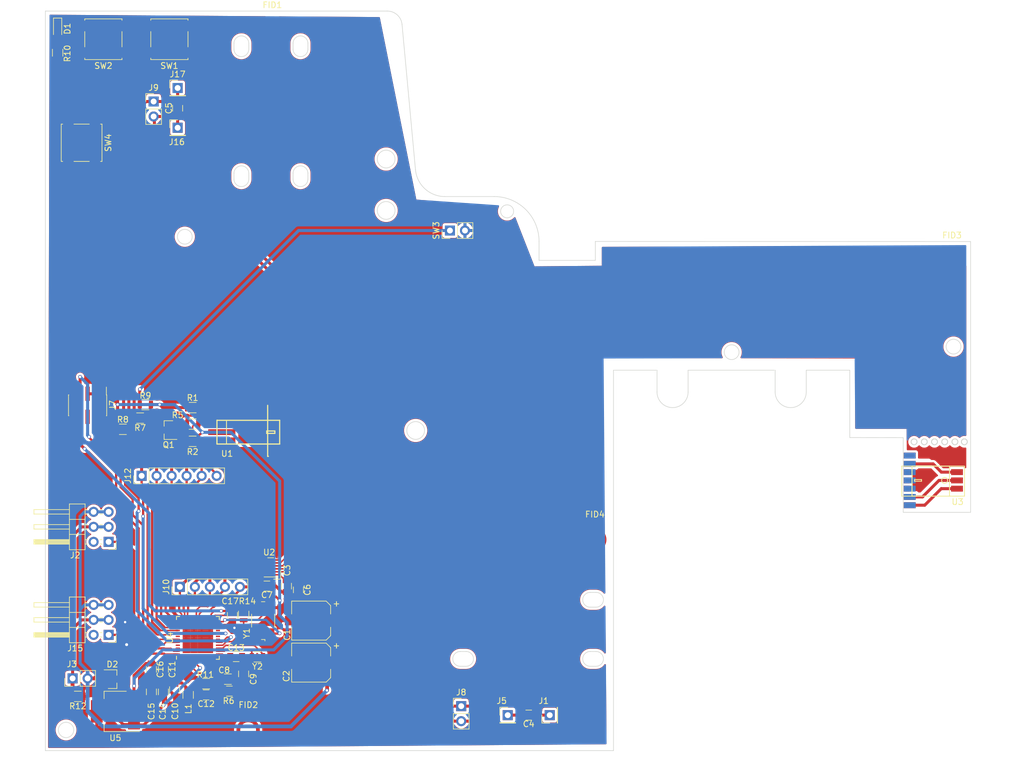
<source format=kicad_pcb>
(kicad_pcb (version 20171130) (host pcbnew 5.1.8-db9833491~87~ubuntu18.04.1)
  (layers (0 F.Cu signal) (31 B.Cu signal) (34 B.Paste user hide) (35 F.Paste user hide) (36 B.SilkS user) (37 F.SilkS user) (38 B.Mask user hide) (39 F.Mask user hide) (44 Edge.Cuts user))
  (net 0 "")
  (net 1 +5V)
  (net 2 GND)
  (net 3 mSproc+)
  (net 4 mSproc-)
  (net 5 mTape+)
  (net 6 mTape-)
  (net 7 +3V3)
  (net 8 "Net-(C8-Pad1)")
  (net 9 "Net-(C13-Pad2)")
  (net 10 "Net-(C9-Pad1)")
  (net 11 "Net-(C12-Pad1)")
  (net 12 "Net-(C13-Pad1)")
  (net 13 VREGIN)
  (net 14 RESET)
  (net 15 "Net-(D1-Pad2)")
  (net 16 ST_LED)
  (net 17 GNDA)
  (net 18 UART2_RX)
  (net 19 UART2_TX)
  (net 20 Foto)
  (net 21 SWD_DI0)
  (net 22 SWD_CLK)
  (net 23 UART1_RX)
  (net 24 UART1_TX)
  (net 25 PWMB)
  (net 26 DirB)
  (net 27 PWMA)
  (net 28 DirA)
  (net 29 H-Mode)
  (net 30 EncOut)
  (net 31 SW_MSW)
  (net 32 SW_FWD)
  (net 33 SW_REV)
  (net 34 "Net-(R1-Pad1)")
  (net 35 "Net-(U4-Pad25)")
  (net 36 "Net-(U4-Pad24)")
  (net 37 "Net-(U4-Pad15)")
  (net 38 "Net-(U4-Pad14)")
  (net 39 "Net-(U3-Pad4)")
  (net 40 "Net-(U3-Pad5)")
  (net 41 "Net-(U3-Pad6)")
  (net 42 "Net-(U3-Pad3)")
  (net 43 "Net-(U3-Pad2)")
  (net 44 "Net-(U3-Pad1)")
  (net 45 "Net-(U3-Pad7)")
  (module Libraries:EESX1350_PCB_V3 (layer F.Cu) (at 111.252 112.776 180)
    (fp_text reference U1 (at -0.5 -2.34 180) (layer F.SilkS))
    (fp_text value EE-SX1350_PCB hide)
    (pad 1 smd rect (at -0.4 5.5 180) (size 4.6 1) (drill (offset 0.8 0)) (layers F.Cu F.Paste F.Mask) (net 34 "Net-(R1-Pad1)") (clearance 0.1))
    (pad 7 smd rect (at -0.4 -2.9 180) (size 4.6 1) (drill (offset 0.8 0)) (layers F.Cu F.Paste F.Mask) (net 2 GND) (clearance 0.1))
    (pad 3 smd rect (at -0.4 -1.5 180) (size 4.6 1) (drill (offset 0.8 0)) (layers F.Cu F.Paste F.Mask) (net 2 GND) (clearance 0.1))
    (pad 2 smd rect (at -0.4 4.1 180) (size 4.6 1) (drill (offset 0.8 0)) (layers F.Cu F.Paste F.Mask) (net 2 GND) (clearance 0.1))
    (pad 6 smd rect (at -0.4 2.7 180) (size 4.6 1) (drill (offset 0.8 0)) (layers F.Cu F.Paste F.Mask) (net 20 Foto) (clearance 0.1))
    (pad 5 smd rect (at -0.4 1.3 180) (size 4.6 1) (drill (offset 0.8 0)) (layers F.Cu F.Paste F.Mask) (clearance 0.1))
    (pad 7 smd rect (at -5.9 1.3 180) (size 7 4) (layers F.Cu F.Paste F.Mask) (net 2 GND) (clearance 0.2))
    (pad 4 smd rect (at -0.4 -0.1 180) (size 4.6 1) (drill (offset 0.8 0)) (layers F.Cu F.Paste F.Mask) (net 7 +3V3) (clearance 0.1))
  )
  (module Capacitors_SMD:CP_Elec_6.3x7.7 (layer F.Cu) (at 125.984 143.383 180)
    (fp_text reference C1 (at 4.064 -2.413 270) (layer F.SilkS))
    (fp_text value 220u)
    (fp_text user + (at -4.28 2.91 180) (layer F.SilkS))
    (pad 1 smd rect (at -2.7 0) (size 3.5 1.6) (layers F.Cu F.Paste F.Mask) (net 1 +5V))
    (pad 2 smd rect (at 2.7 0) (size 3.5 1.6) (layers F.Cu F.Paste F.Mask) (net 2 GND))
  )
  (module Capacitors_SMD:CP_Elec_6.3x7.7 (layer F.Cu) (at 125.984 150.495 180)
    (fp_text reference C2 (at 4.191 -2.286 270) (layer F.SilkS))
    (fp_text value 220u)
    (fp_text user + (at -4.28 2.91 180) (layer F.SilkS))
    (pad 1 smd rect (at -2.7 0) (size 3.5 1.6) (layers F.Cu F.Paste F.Mask) (net 1 +5V))
    (pad 2 smd rect (at 2.7 0) (size 3.5 1.6) (layers F.Cu F.Paste F.Mask) (net 2 GND))
  )
  (module LEDs:LED_0805 (layer F.Cu) (at 83.058 43.18 270)
    (fp_text reference D1 (at 0 -1.651 270) (layer F.SilkS))
    (fp_text value LED)
    (pad 2 smd rect (at 1.1 0 90) (size 1.2 1.2) (layers F.Cu F.Paste F.Mask) (net 15 "Net-(D1-Pad2)"))
    (pad 1 smd rect (at -1.1 0 90) (size 1.2 1.2) (layers F.Cu F.Paste F.Mask) (net 16 ST_LED))
  )
  (module TO_SOT_Packages_SMD:SOT-23 (layer F.Cu) (at 92.329 153.289)
    (fp_text reference D2 (at 0 -2.5) (layer F.SilkS))
    (fp_text value D_Schottky_x2_ACom_AKK)
    (pad 1 smd rect (at -1 -0.95) (size 0.9 0.8) (layers F.Cu F.Paste F.Mask) (net 1 +5V))
    (pad 2 smd rect (at -1 0.95) (size 0.9 0.8) (layers F.Cu F.Paste F.Mask) (net 13 VREGIN))
    (pad 3 smd rect (at 1 0) (size 0.9 0.8) (layers F.Cu F.Paste F.Mask) (net 13 VREGIN))
  )
  (module Pin_Headers:Pin_Header_Straight_1x05_Pitch2.54mm (layer F.Cu) (at 103.759 137.668 90)
    (fp_text reference J10 (at 0 -2.33 90) (layer F.SilkS))
    (fp_text value H-Bridge)
    (pad 1 thru_hole rect (at 0 0 90) (size 1.7 1.7) (drill 1) (layers *.Cu *.Mask) (net 25 PWMB))
    (pad 2 thru_hole oval (at 0 2.54 90) (size 1.7 1.7) (drill 1) (layers *.Cu *.Mask) (net 26 DirB))
    (pad 3 thru_hole oval (at 0 5.08 90) (size 1.7 1.7) (drill 1) (layers *.Cu *.Mask) (net 27 PWMA))
    (pad 4 thru_hole oval (at 0 7.62 90) (size 1.7 1.7) (drill 1) (layers *.Cu *.Mask) (net 28 DirA))
    (pad 5 thru_hole oval (at 0 10.16 90) (size 1.7 1.7) (drill 1) (layers *.Cu *.Mask) (net 29 H-Mode))
  )
  (module TO_SOT_Packages_SMD:SOT-23 (layer F.Cu) (at 101.854 111.125 180)
    (fp_text reference Q1 (at 0 -2.5 180) (layer F.SilkS))
    (fp_text value BC847)
    (pad 1 smd rect (at -1 -0.95 180) (size 0.9 0.8) (layers F.Cu F.Paste F.Mask) (net 20 Foto))
    (pad 2 smd rect (at -1 0.95 180) (size 0.9 0.8) (layers F.Cu F.Paste F.Mask) (net 2 GND))
    (pad 3 smd rect (at 1 0 180) (size 0.9 0.8) (layers F.Cu F.Paste F.Mask) (net 30 EncOut))
  )
  (module Pin_Headers:Pin_Header_Straight_1x02_Pitch2.54mm (layer F.Cu) (at 149.479 77.343 90)
    (fp_text reference SW3 (at 0 -2.33 90) (layer F.SilkS))
    (fp_text value SW_MSW)
    (pad 1 thru_hole rect (at 0 0 90) (size 1.7 1.7) (drill 1) (layers *.Cu *.Mask) (net 31 SW_MSW))
    (pad 2 thru_hole oval (at 0 2.54 90) (size 1.7 1.7) (drill 1) (layers *.Cu *.Mask) (net 2 GND))
  )
  (module Housings_SON:WSON-12-1EP_3x2mm_Pitch0.5mm (layer F.Cu) (at 119.126 134.366 180)
    (fp_text reference U2 (at 0.254 2.54 180) (layer F.SilkS))
    (fp_text value DRV8835)
    (pad 1 smd rect (at -0.95 -1.25 180) (size 0.5 0.25) (layers F.Cu F.Paste F.Mask) (net 1 +5V))
    (pad 2 smd rect (at -0.95 -0.75 180) (size 0.5 0.25) (layers F.Cu F.Paste F.Mask) (net 3 mSproc+))
    (pad 3 smd rect (at -0.95 -0.25 180) (size 0.5 0.25) (layers F.Cu F.Paste F.Mask) (net 4 mSproc-))
    (pad 4 smd rect (at -0.95 0.25 180) (size 0.5 0.25) (layers F.Cu F.Paste F.Mask) (net 5 mTape+))
    (pad 5 smd rect (at -0.95 0.75 180) (size 0.5 0.25) (layers F.Cu F.Paste F.Mask) (net 6 mTape-))
    (pad 6 smd rect (at -0.95 1.25 180) (size 0.5 0.25) (layers F.Cu F.Paste F.Mask) (net 2 GND))
    (pad 7 smd rect (at 0.95 1.25 180) (size 0.5 0.25) (layers F.Cu F.Paste F.Mask) (net 25 PWMB))
    (pad 8 smd rect (at 0.95 0.75 180) (size 0.5 0.25) (layers F.Cu F.Paste F.Mask) (net 26 DirB))
    (pad 9 smd rect (at 0.95 0.25 180) (size 0.5 0.25) (layers F.Cu F.Paste F.Mask) (net 27 PWMA))
    (pad 10 smd rect (at 0.95 -0.25 180) (size 0.5 0.25) (layers F.Cu F.Paste F.Mask) (net 28 DirA))
    (pad 11 smd rect (at 0.95 -0.75 180) (size 0.5 0.25) (layers F.Cu F.Paste F.Mask) (net 29 H-Mode))
    (pad 12 smd rect (at 0.95 -1.25 180) (size 0.5 0.25) (layers F.Cu F.Paste F.Mask) (net 7 +3V3))
    (pad 13 smd rect (at 0 0 180) (size 1 2.65) (layers F.Cu F.Mask) (net 2 GND))
    (pad 13 smd rect (at 0 0.685 180) (size 0.95 1.17) (layers F.Cu F.Paste) (net 2 GND))
    (pad 13 smd rect (at 0 -0.685 180) (size 0.95 1.17) (layers F.Cu F.Paste) (net 2 GND))
  )
  (module TO_SOT_Packages_SMD:SOT-223-3_TabPin2 (layer F.Cu) (at 92.837 158.75 180)
    (fp_text reference U5 (at 0 -4.5 180) (layer F.SilkS))
    (fp_text value TC1262-33)
    (pad 2 smd rect (at 3.15 0 180) (size 2 3.8) (layers F.Cu F.Paste F.Mask) (net 2 GND))
    (pad 2 smd rect (at -3.15 0 180) (size 2 1.5) (layers F.Cu F.Paste F.Mask) (net 2 GND))
    (pad 3 smd rect (at -3.15 2.3 180) (size 2 1.5) (layers F.Cu F.Paste F.Mask) (net 7 +3V3))
    (pad 1 smd rect (at -3.15 -2.3 180) (size 2 1.5) (layers F.Cu F.Paste F.Mask) (net 13 VREGIN))
  )
  (module Crystals:Crystal_SMD_0603-4pin_6.0x3.5mm (layer F.Cu) (at 117.856 143.383 90)
    (fp_text reference Y1 (at -2.159 -2.794 90) (layer F.SilkS))
    (fp_text value 8MHz)
    (pad 1 smd rect (at -2.2 1.2 90) (size 1.8 1.4) (layers F.Cu F.Paste F.Mask) (net 36 "Net-(U4-Pad24)"))
    (pad 2 smd rect (at 2.2 1.2 90) (size 1.8 1.4) (layers F.Cu F.Paste F.Mask) (net 2 GND))
    (pad 3 smd rect (at 2.2 -1.2 90) (size 1.8 1.4) (layers F.Cu F.Paste F.Mask) (net 35 "Net-(U4-Pad25)"))
    (pad 4 smd rect (at -2.2 -1.2 90) (size 1.8 1.4) (layers F.Cu F.Paste F.Mask) (net 2 GND))
  )
  (module Capacitors_SMD:C_0805 (layer F.Cu) (at 103.378 56.642 90)
    (fp_text reference C5 (at 0 -1.5 90) (layer F.SilkS))
    (fp_text value 3n3)
    (pad 1 smd rect (at -1 0 90) (size 1 1.25) (layers F.Cu F.Paste F.Mask) (net 5 mTape+))
    (pad 2 smd rect (at 1 0 90) (size 1 1.25) (layers F.Cu F.Paste F.Mask) (net 6 mTape-))
  )
  (module Capacitors_SMD:C_0805 (layer F.Cu) (at 121.793 137.541 270)
    (fp_text reference C3 (at -2.667 -0.127 270) (layer F.SilkS))
    (fp_text value 1u)
    (pad 1 smd rect (at -1 0 270) (size 1 1.25) (layers F.Cu F.Paste F.Mask) (net 1 +5V))
    (pad 2 smd rect (at 1 0 270) (size 1 1.25) (layers F.Cu F.Paste F.Mask) (net 2 GND))
  )
  (module Capacitors_SMD:C_0805 (layer F.Cu) (at 162.814 159.385 180)
    (fp_text reference C4 (at 0 -1.5 180) (layer F.SilkS))
    (fp_text value 3n3)
    (pad 1 smd rect (at -1 0 180) (size 1 1.25) (layers F.Cu F.Paste F.Mask) (net 3 mSproc+))
    (pad 2 smd rect (at 1 0 180) (size 1 1.25) (layers F.Cu F.Paste F.Mask) (net 4 mSproc-))
  )
  (module Capacitors_SMD:C_0805 (layer F.Cu) (at 123.825 138.176 270)
    (fp_text reference C6 (at 0 -1.524 270) (layer F.SilkS))
    (fp_text value 100n)
    (pad 1 smd rect (at -1 0 270) (size 1 1.25) (layers F.Cu F.Paste F.Mask) (net 1 +5V))
    (pad 2 smd rect (at 1 0 270) (size 1 1.25) (layers F.Cu F.Paste F.Mask) (net 2 GND))
  )
  (module Capacitors_SMD:C_0805 (layer F.Cu) (at 118.491 137.541 180)
    (fp_text reference C7 (at 0 -1.5 180) (layer F.SilkS))
    (fp_text value 100n)
    (pad 1 smd rect (at -1 0 180) (size 1 1.25) (layers F.Cu F.Paste F.Mask) (net 2 GND))
    (pad 2 smd rect (at 1 0 180) (size 1 1.25) (layers F.Cu F.Paste F.Mask) (net 7 +3V3))
  )
  (module Capacitors_SMD:C_0805 (layer F.Cu) (at 112.141 155.321)
    (fp_text reference C8 (at -0.889 -3.556) (layer F.SilkS))
    (fp_text value 2u2)
    (pad 1 smd rect (at -1 0) (size 1 1.25) (layers F.Cu F.Paste F.Mask) (net 8 "Net-(C8-Pad1)"))
    (pad 2 smd rect (at 1 0) (size 1 1.25) (layers F.Cu F.Paste F.Mask) (net 9 "Net-(C13-Pad2)"))
  )
  (module Capacitors_SMD:C_0805 (layer F.Cu) (at 114.554 152.4 90)
    (fp_text reference C9 (at -0.889 1.651 90) (layer F.SilkS))
    (fp_text value 100n)
    (pad 1 smd rect (at -1 0 90) (size 1 1.25) (layers F.Cu F.Paste F.Mask) (net 10 "Net-(C9-Pad1)"))
    (pad 2 smd rect (at 1 0 90) (size 1 1.25) (layers F.Cu F.Paste F.Mask) (net 9 "Net-(C13-Pad2)"))
  )
  (module Capacitors_SMD:C_0805 (layer F.Cu) (at 102.87 155.067 270)
    (fp_text reference C10 (at 3.6576 -0.0762 270) (layer F.SilkS))
    (fp_text value 100n)
    (pad 1 smd rect (at -1 0 270) (size 1 1.25) (layers F.Cu F.Paste F.Mask) (net 7 +3V3))
    (pad 2 smd rect (at 1 0 270) (size 1 1.25) (layers F.Cu F.Paste F.Mask) (net 2 GND))
  )
  (module Capacitors_SMD:C_0805 (layer F.Cu) (at 100.965 151.638 270)
    (fp_text reference C11 (at 0 -1.5 270) (layer F.SilkS))
    (fp_text value 100n)
    (pad 1 smd rect (at -1 0 270) (size 1 1.25) (layers F.Cu F.Paste F.Mask) (net 7 +3V3))
    (pad 2 smd rect (at 1 0 270) (size 1 1.25) (layers F.Cu F.Paste F.Mask) (net 2 GND))
  )
  (module Capacitors_SMD:C_0805 (layer F.Cu) (at 108.204 155.956 180)
    (fp_text reference C12 (at 0 -1.524 180) (layer F.SilkS))
    (fp_text value 2u2)
    (pad 1 smd rect (at -1 0 180) (size 1 1.25) (layers F.Cu F.Paste F.Mask) (net 11 "Net-(C12-Pad1)"))
    (pad 2 smd rect (at 1 0 180) (size 1 1.25) (layers F.Cu F.Paste F.Mask) (net 2 GND))
  )
  (module Capacitors_SMD:C_0805 (layer F.Cu) (at 113.284 149.479)
    (fp_text reference C13 (at 0 -1.5) (layer F.SilkS))
    (fp_text value 100n)
    (pad 1 smd rect (at -1 0) (size 1 1.25) (layers F.Cu F.Paste F.Mask) (net 12 "Net-(C13-Pad1)"))
    (pad 2 smd rect (at 1 0) (size 1 1.25) (layers F.Cu F.Paste F.Mask) (net 9 "Net-(C13-Pad2)"))
  )
  (module Capacitors_SMD:C_0805 (layer F.Cu) (at 100.965 155.448 90)
    (fp_text reference C14 (at -3.302 -0.127 90) (layer F.SilkS))
    (fp_text value 2u2)
    (pad 1 smd rect (at -1 0 90) (size 1 1.25) (layers F.Cu F.Paste F.Mask) (net 13 VREGIN))
    (pad 2 smd rect (at 1 0 90) (size 1 1.25) (layers F.Cu F.Paste F.Mask) (net 2 GND))
  )
  (module Capacitors_SMD:C_0805 (layer F.Cu) (at 98.933 155.448 90)
    (fp_text reference C15 (at -3.302 0 90) (layer F.SilkS))
    (fp_text value 100n)
    (pad 1 smd rect (at -1 0 90) (size 1 1.25) (layers F.Cu F.Paste F.Mask) (net 13 VREGIN))
    (pad 2 smd rect (at 1 0 90) (size 1 1.25) (layers F.Cu F.Paste F.Mask) (net 2 GND))
  )
  (module Capacitors_SMD:C_0805 (layer F.Cu) (at 98.933 151.638 270)
    (fp_text reference C16 (at 0 -1.5 270) (layer F.SilkS))
    (fp_text value 100n)
    (pad 1 smd rect (at -1 0 270) (size 1 1.25) (layers F.Cu F.Paste F.Mask) (net 7 +3V3))
    (pad 2 smd rect (at 1 0 270) (size 1 1.25) (layers F.Cu F.Paste F.Mask) (net 2 GND))
  )
  (module Capacitors_SMD:C_0805 (layer F.Cu) (at 112.649 142.494 270)
    (fp_text reference C17 (at -2.413 0.381) (layer F.SilkS))
    (fp_text value 100n)
    (pad 1 smd rect (at -1 0 270) (size 1 1.25) (layers F.Cu F.Paste F.Mask) (net 14 RESET))
    (pad 2 smd rect (at 1 0 270) (size 1 1.25) (layers F.Cu F.Paste F.Mask) (net 2 GND))
  )
  (module Inductors_SMD:L_0805 (layer F.Cu) (at 105.156 155.956 90)
    (fp_text reference L1 (at -2.3622 0.0508 90) (layer F.SilkS))
    (fp_text value 330)
    (pad 1 smd rect (at -0.95 0 90) (size 0.7 1.3) (layers F.Cu F.Paste F.Mask) (net 8 "Net-(C8-Pad1)"))
    (pad 2 smd rect (at 0.95 0 90) (size 0.7 1.3) (layers F.Cu F.Paste F.Mask) (net 7 +3V3))
  )
  (module Resistors_SMD:R_0805 (layer F.Cu) (at 105.918 107.315 180)
    (fp_text reference R1 (at 0 1.651 180) (layer F.SilkS))
    (fp_text value 100)
    (pad 1 smd rect (at -0.95 0 180) (size 0.7 1.3) (layers F.Cu F.Paste F.Mask) (net 34 "Net-(R1-Pad1)"))
    (pad 2 smd rect (at 0.95 0 180) (size 0.7 1.3) (layers F.Cu F.Paste F.Mask) (net 7 +3V3))
  )
  (module Resistors_SMD:R_0805 (layer F.Cu) (at 105.918 113.03)
    (fp_text reference R2 (at 0 1.778) (layer F.SilkS))
    (fp_text value 10k)
    (pad 1 smd rect (at -0.95 0) (size 0.7 1.3) (layers F.Cu F.Paste F.Mask) (net 30 EncOut))
    (pad 2 smd rect (at 0.95 0) (size 0.7 1.3) (layers F.Cu F.Paste F.Mask) (net 7 +3V3))
  )
  (module Resistors_SMD:R_0805 (layer F.Cu) (at 111.887 153.289 180)
    (fp_text reference R6 (at -0.127 -3.683 180) (layer F.SilkS))
    (fp_text value 470)
    (pad 1 smd rect (at -0.95 0 180) (size 0.7 1.3) (layers F.Cu F.Paste F.Mask) (net 10 "Net-(C9-Pad1)"))
    (pad 2 smd rect (at 0.95 0 180) (size 0.7 1.3) (layers F.Cu F.Paste F.Mask) (net 8 "Net-(C8-Pad1)"))
  )
  (module Resistors_SMD:R_0805 (layer F.Cu) (at 97.028 109.093 180)
    (fp_text reference R7 (at 0 -1.65 180) (layer F.SilkS))
    (fp_text value 100k)
    (pad 1 smd rect (at -0.95 0 180) (size 0.7 1.3) (layers F.Cu F.Paste F.Mask) (net 7 +3V3))
    (pad 2 smd rect (at 0.95 0 180) (size 0.7 1.3) (layers F.Cu F.Paste F.Mask) (net 32 SW_FWD))
  )
  (module Resistors_SMD:R_0805 (layer F.Cu) (at 94.107 110.998)
    (fp_text reference R8 (at 0 -1.65) (layer F.SilkS))
    (fp_text value 100k)
    (pad 1 smd rect (at -0.95 0) (size 0.7 1.3) (layers F.Cu F.Paste F.Mask) (net 7 +3V3))
    (pad 2 smd rect (at 0.95 0) (size 0.7 1.3) (layers F.Cu F.Paste F.Mask) (net 33 SW_REV))
  )
  (module Resistors_SMD:R_0805 (layer F.Cu) (at 97.917 106.807 180)
    (fp_text reference R9 (at 0 1.524 180) (layer F.SilkS))
    (fp_text value 100k)
    (pad 1 smd rect (at -0.95 0 180) (size 0.7 1.3) (layers F.Cu F.Paste F.Mask) (net 7 +3V3))
    (pad 2 smd rect (at 0.95 0 180) (size 0.7 1.3) (layers F.Cu F.Paste F.Mask) (net 31 SW_MSW))
  )
  (module Resistors_SMD:R_0805 (layer F.Cu) (at 83.058 47.244 90)
    (fp_text reference R10 (at -0.127 1.651 90) (layer F.SilkS))
    (fp_text value 100)
    (pad 1 smd rect (at -0.95 0 90) (size 0.7 1.3) (layers F.Cu F.Paste F.Mask) (net 7 +3V3))
    (pad 2 smd rect (at 0.95 0 90) (size 0.7 1.3) (layers F.Cu F.Paste F.Mask) (net 15 "Net-(D1-Pad2)"))
  )
  (module Resistors_SMD:R_0805 (layer F.Cu) (at 108.204 154.051 180)
    (fp_text reference R11 (at 0.127 1.524 180) (layer F.SilkS))
    (fp_text value 0)
    (pad 1 smd rect (at -0.95 0 180) (size 0.7 1.3) (layers F.Cu F.Paste F.Mask) (net 11 "Net-(C12-Pad1)"))
    (pad 2 smd rect (at 0.95 0 180) (size 0.7 1.3) (layers F.Cu F.Paste F.Mask) (net 7 +3V3))
  )
  (module Resistors_SMD:R_0805 (layer F.Cu) (at 114.554 142.367 90)
    (fp_text reference R14 (at 2.286 0.635 180) (layer F.SilkS))
    (fp_text value 10k)
    (pad 1 smd rect (at -0.95 0 90) (size 0.7 1.3) (layers F.Cu F.Paste F.Mask) (net 7 +3V3))
    (pad 2 smd rect (at 0.95 0 90) (size 0.7 1.3) (layers F.Cu F.Paste F.Mask) (net 14 RESET))
  )
  (module Pin_Headers:Pin_Header_Straight_2x05_Pitch1.27mm_SMD (layer F.Cu) (at 88.138 106.934 270)
    (fp_text reference J7 (at 0 -4.235 270) (layer F.SilkS))
    (fp_text value "SWD Interface")
    (pad 1 smd rect (at -1.95 -2.54 270) (size 2.4 0.74) (layers F.Cu F.Paste F.Mask) (net 7 +3V3))
    (pad 2 smd rect (at 1.95 -2.54 270) (size 2.4 0.74) (layers F.Cu F.Paste F.Mask) (net 21 SWD_DI0))
    (pad 3 smd rect (at -1.95 -1.27 270) (size 2.4 0.74) (layers F.Cu F.Paste F.Mask) (net 2 GND))
    (pad 4 smd rect (at 1.95 -1.27 270) (size 2.4 0.74) (layers F.Cu F.Paste F.Mask) (net 22 SWD_CLK))
    (pad 5 smd rect (at -1.95 0 270) (size 2.4 0.74) (layers F.Cu F.Paste F.Mask) (net 2 GND))
    (pad 6 smd rect (at 1.95 0 270) (size 2.4 0.74) (layers F.Cu F.Paste F.Mask))
    (pad 7 smd rect (at -1.95 1.27 270) (size 2.4 0.74) (layers F.Cu F.Paste F.Mask) (net 23 UART1_RX))
    (pad 8 smd rect (at 1.95 1.27 270) (size 2.4 0.74) (layers F.Cu F.Paste F.Mask) (net 24 UART1_TX))
    (pad 9 smd rect (at -1.95 2.54 270) (size 2.4 0.74) (layers F.Cu F.Paste F.Mask) (net 2 GND))
    (pad 10 smd rect (at 1.95 2.54 270) (size 2.4 0.74) (layers F.Cu F.Paste F.Mask) (net 14 RESET))
  )
  (module Resistors_SMD:R_0805 (layer F.Cu) (at 105.918 110.109)
    (fp_text reference R5 (at -2.54 -1.524) (layer F.SilkS))
    (fp_text value 4k7)
    (pad 1 smd rect (at -0.95 0) (size 0.7 1.3) (layers F.Cu F.Paste F.Mask) (net 2 GND))
    (pad 2 smd rect (at 0.95 0) (size 0.7 1.3) (layers F.Cu F.Paste F.Mask) (net 20 Foto))
  )
  (module Resistors_SMD:R_0805 (layer F.Cu) (at 86.487 156.21 180)
    (fp_text reference R12 (at 0 -1.65 180) (layer F.SilkS))
    (fp_text value 0)
    (pad 1 smd rect (at -0.95 0 180) (size 0.7 1.3) (layers F.Cu F.Paste F.Mask) (net 2 GND))
    (pad 2 smd rect (at 0.95 0 180) (size 0.7 1.3) (layers F.Cu F.Paste F.Mask) (net 17 GNDA))
  )
  (module Pin_Headers:Pin_Header_Straight_1x06_Pitch2.54mm (layer F.Cu) (at 97.282 118.872 90)
    (fp_text reference J12 (at 0 -2.33 90) (layer F.SilkS))
    (fp_text value SW_ENC_LED)
    (pad 1 thru_hole rect (at 0 0 90) (size 1.7 1.7) (drill 1) (layers *.Cu *.Mask) (net 16 ST_LED))
    (pad 2 thru_hole oval (at 0 2.54 90) (size 1.7 1.7) (drill 1) (layers *.Cu *.Mask) (net 33 SW_REV))
    (pad 3 thru_hole oval (at 0 5.08 90) (size 1.7 1.7) (drill 1) (layers *.Cu *.Mask) (net 32 SW_FWD))
    (pad 4 thru_hole oval (at 0 7.62 90) (size 1.7 1.7) (drill 1) (layers *.Cu *.Mask) (net 31 SW_MSW))
    (pad 5 thru_hole oval (at 0 10.16 90) (size 1.7 1.7) (drill 1) (layers *.Cu *.Mask) (net 30 EncOut))
    (pad 6 thru_hole oval (at 0 12.7 90) (size 1.7 1.7) (drill 1) (layers *.Cu *.Mask) (net 20 Foto))
  )
  (module Pin_Headers:Pin_Header_Straight_1x02_Pitch2.54mm (layer F.Cu) (at 85.598 153.162 90)
    (fp_text reference J3 (at 2.413 -0.127 180) (layer F.SilkS))
    (fp_text value PWR)
    (pad 1 thru_hole rect (at 0 0 90) (size 1.7 1.7) (drill 1) (layers *.Cu *.Mask) (net 17 GNDA))
    (pad 2 thru_hole oval (at 0 2.54 90) (size 1.7 1.7) (drill 1) (layers *.Cu *.Mask) (net 1 +5V))
  )
  (module Pin_Headers:Pin_Header_Straight_1x02_Pitch2.54mm (layer F.Cu) (at 151.384 157.861)
    (fp_text reference J8 (at 0 -2.33) (layer F.SilkS))
    (fp_text value "Motor Sproc")
    (pad 1 thru_hole rect (at 0 0) (size 1.7 1.7) (drill 1) (layers *.Cu *.Mask) (net 4 mSproc-))
    (pad 2 thru_hole oval (at 0 2.54) (size 1.7 1.7) (drill 1) (layers *.Cu *.Mask) (net 3 mSproc+))
  )
  (module Pin_Headers:Pin_Header_Straight_1x02_Pitch2.54mm (layer F.Cu) (at 99.314 55.499)
    (fp_text reference J9 (at 0 -2.33) (layer F.SilkS))
    (fp_text value "Motor Tape")
    (pad 1 thru_hole rect (at 0 0) (size 1.7 1.7) (drill 1) (layers *.Cu *.Mask) (net 6 mTape-))
    (pad 2 thru_hole oval (at 0 2.54) (size 1.7 1.7) (drill 1) (layers *.Cu *.Mask) (net 5 mTape+))
  )
  (module Pin_Headers:Pin_Header_Angled_2x03_Pitch2.54mm (layer F.Cu) (at 91.694 130.048 180)
    (fp_text reference J2 (at 5.655 -2.27 180) (layer F.SilkS))
    (fp_text value Daisy)
    (pad 1 thru_hole rect (at 0 0 180) (size 1.7 1.7) (drill 1) (layers *.Cu *.Mask) (net 18 UART2_RX))
    (pad 2 thru_hole oval (at 2.54 0 180) (size 1.7 1.7) (drill 1) (layers *.Cu *.Mask) (net 18 UART2_RX))
    (pad 3 thru_hole oval (at 0 2.54 180) (size 1.7 1.7) (drill 1) (layers *.Cu *.Mask) (net 17 GNDA))
    (pad 4 thru_hole oval (at 2.54 2.54 180) (size 1.7 1.7) (drill 1) (layers *.Cu *.Mask) (net 17 GNDA))
    (pad 5 thru_hole oval (at 0 5.08 180) (size 1.7 1.7) (drill 1) (layers *.Cu *.Mask) (net 1 +5V))
    (pad 6 thru_hole oval (at 2.54 5.08 180) (size 1.7 1.7) (drill 1) (layers *.Cu *.Mask) (net 1 +5V))
  )
  (module Pin_Headers:Pin_Header_Angled_2x03_Pitch2.54mm (layer F.Cu) (at 91.694 145.796 180)
    (fp_text reference J15 (at 5.655 -2.27 180) (layer F.SilkS))
    (fp_text value Daisy)
    (pad 1 thru_hole rect (at 0 0 180) (size 1.7 1.7) (drill 1) (layers *.Cu *.Mask) (net 19 UART2_TX))
    (pad 2 thru_hole oval (at 2.54 0 180) (size 1.7 1.7) (drill 1) (layers *.Cu *.Mask) (net 19 UART2_TX))
    (pad 3 thru_hole oval (at 0 2.54 180) (size 1.7 1.7) (drill 1) (layers *.Cu *.Mask) (net 17 GNDA))
    (pad 4 thru_hole oval (at 2.54 2.54 180) (size 1.7 1.7) (drill 1) (layers *.Cu *.Mask) (net 17 GNDA))
    (pad 5 thru_hole oval (at 0 5.08 180) (size 1.7 1.7) (drill 1) (layers *.Cu *.Mask) (net 1 +5V))
    (pad 6 thru_hole oval (at 2.54 5.08 180) (size 1.7 1.7) (drill 1) (layers *.Cu *.Mask) (net 1 +5V))
  )
  (module Housings_DFN_QFN:QFN-48-1EP_7x7mm_Pitch0.5mm (layer F.Cu) (at 106.807 146.304 90)
    (fp_text reference U4 (at 0 -4.75 90) (layer F.SilkS))
    (fp_text value MK20DX128VFT)
    (pad 1 smd rect (at -3.4 -2.75 90) (size 0.7 0.25) (layers F.Cu F.Paste F.Mask) (net 7 +3V3))
    (pad 2 smd rect (at -3.4 -2.25 90) (size 0.7 0.25) (layers F.Cu F.Paste F.Mask) (net 2 GND))
    (pad 3 smd rect (at -3.4 -1.75 90) (size 0.7 0.25) (layers F.Cu F.Paste F.Mask))
    (pad 4 smd rect (at -3.4 -1.25 90) (size 0.7 0.25) (layers F.Cu F.Paste F.Mask))
    (pad 5 smd rect (at -3.4 -0.75 90) (size 0.7 0.25) (layers F.Cu F.Paste F.Mask) (net 11 "Net-(C12-Pad1)"))
    (pad 6 smd rect (at -3.4 -0.25 90) (size 0.7 0.25) (layers F.Cu F.Paste F.Mask) (net 13 VREGIN))
    (pad 7 smd rect (at -3.4 0.25 90) (size 0.7 0.25) (layers F.Cu F.Paste F.Mask))
    (pad 8 smd rect (at -3.4 0.75 90) (size 0.7 0.25) (layers F.Cu F.Paste F.Mask))
    (pad 9 smd rect (at -3.4 1.25 90) (size 0.7 0.25) (layers F.Cu F.Paste F.Mask) (net 8 "Net-(C8-Pad1)"))
    (pad 10 smd rect (at -3.4 1.75 90) (size 0.7 0.25) (layers F.Cu F.Paste F.Mask) (net 10 "Net-(C9-Pad1)"))
    (pad 11 smd rect (at -3.4 2.25 90) (size 0.7 0.25) (layers F.Cu F.Paste F.Mask) (net 9 "Net-(C13-Pad2)"))
    (pad 12 smd rect (at -3.4 2.75 90) (size 0.7 0.25) (layers F.Cu F.Paste F.Mask) (net 9 "Net-(C13-Pad2)"))
    (pad 13 smd rect (at -2.75 3.4 180) (size 0.7 0.25) (layers F.Cu F.Paste F.Mask) (net 12 "Net-(C13-Pad1)"))
    (pad 14 smd rect (at -2.25 3.4 180) (size 0.7 0.25) (layers F.Cu F.Paste F.Mask) (net 38 "Net-(U4-Pad14)"))
    (pad 15 smd rect (at -1.75 3.4 180) (size 0.7 0.25) (layers F.Cu F.Paste F.Mask) (net 37 "Net-(U4-Pad15)"))
    (pad 16 smd rect (at -1.25 3.4 180) (size 0.7 0.25) (layers F.Cu F.Paste F.Mask) (net 7 +3V3))
    (pad 17 smd rect (at -0.75 3.4 180) (size 0.7 0.25) (layers F.Cu F.Paste F.Mask) (net 22 SWD_CLK))
    (pad 18 smd rect (at -0.25 3.4 180) (size 0.7 0.25) (layers F.Cu F.Paste F.Mask))
    (pad 19 smd rect (at 0.25 3.4 180) (size 0.7 0.25) (layers F.Cu F.Paste F.Mask))
    (pad 20 smd rect (at 0.75 3.4 180) (size 0.7 0.25) (layers F.Cu F.Paste F.Mask) (net 21 SWD_DI0))
    (pad 21 smd rect (at 1.25 3.4 180) (size 0.7 0.25) (layers F.Cu F.Paste F.Mask))
    (pad 22 smd rect (at 1.75 3.4 180) (size 0.7 0.25) (layers F.Cu F.Paste F.Mask))
    (pad 23 smd rect (at 2.25 3.4 180) (size 0.7 0.25) (layers F.Cu F.Paste F.Mask) (net 2 GND))
    (pad 24 smd rect (at 2.75 3.4 180) (size 0.7 0.25) (layers F.Cu F.Paste F.Mask) (net 36 "Net-(U4-Pad24)"))
    (pad 25 smd rect (at 3.4 2.75 90) (size 0.7 0.25) (layers F.Cu F.Paste F.Mask) (net 35 "Net-(U4-Pad25)"))
    (pad 26 smd rect (at 3.4 2.25 90) (size 0.7 0.25) (layers F.Cu F.Paste F.Mask) (net 14 RESET))
    (pad 27 smd rect (at 3.4 1.75 90) (size 0.7 0.25) (layers F.Cu F.Paste F.Mask))
    (pad 28 smd rect (at 3.4 1.25 90) (size 0.7 0.25) (layers F.Cu F.Paste F.Mask))
    (pad 29 smd rect (at 3.4 0.75 90) (size 0.7 0.25) (layers F.Cu F.Paste F.Mask))
    (pad 30 smd rect (at 3.4 0.25 90) (size 0.7 0.25) (layers F.Cu F.Paste F.Mask) (net 29 H-Mode))
    (pad 31 smd rect (at 3.4 -0.25 90) (size 0.7 0.25) (layers F.Cu F.Paste F.Mask) (net 28 DirA))
    (pad 32 smd rect (at 3.4 -0.75 90) (size 0.7 0.25) (layers F.Cu F.Paste F.Mask))
    (pad 33 smd rect (at 3.4 -1.25 90) (size 0.7 0.25) (layers F.Cu F.Paste F.Mask))
    (pad 34 smd rect (at 3.4 -1.75 90) (size 0.7 0.25) (layers F.Cu F.Paste F.Mask) (net 27 PWMA))
    (pad 35 smd rect (at 3.4 -2.25 90) (size 0.7 0.25) (layers F.Cu F.Paste F.Mask) (net 26 DirB))
    (pad 36 smd rect (at 3.4 -2.75 90) (size 0.7 0.25) (layers F.Cu F.Paste F.Mask) (net 25 PWMB))
    (pad 37 smd rect (at 2.75 -3.4 180) (size 0.7 0.25) (layers F.Cu F.Paste F.Mask) (net 30 EncOut))
    (pad 38 smd rect (at 2.25 -3.4 180) (size 0.7 0.25) (layers F.Cu F.Paste F.Mask) (net 31 SW_MSW))
    (pad 39 smd rect (at 1.75 -3.4 180) (size 0.7 0.25) (layers F.Cu F.Paste F.Mask) (net 32 SW_FWD))
    (pad 40 smd rect (at 1.25 -3.4 180) (size 0.7 0.25) (layers F.Cu F.Paste F.Mask) (net 33 SW_REV))
    (pad 41 smd rect (at 0.75 -3.4 180) (size 0.7 0.25) (layers F.Cu F.Paste F.Mask) (net 16 ST_LED))
    (pad 42 smd rect (at 0.25 -3.4 180) (size 0.7 0.25) (layers F.Cu F.Paste F.Mask))
    (pad 43 smd rect (at -0.25 -3.4 180) (size 0.7 0.25) (layers F.Cu F.Paste F.Mask) (net 23 UART1_RX))
    (pad 44 smd rect (at -0.75 -3.4 180) (size 0.7 0.25) (layers F.Cu F.Paste F.Mask) (net 24 UART1_TX))
    (pad 45 smd rect (at -1.25 -3.4 180) (size 0.7 0.25) (layers F.Cu F.Paste F.Mask))
    (pad 46 smd rect (at -1.75 -3.4 180) (size 0.7 0.25) (layers F.Cu F.Paste F.Mask))
    (pad 47 smd rect (at -2.25 -3.4 180) (size 0.7 0.25) (layers F.Cu F.Paste F.Mask) (net 18 UART2_RX))
    (pad 48 smd rect (at -2.75 -3.4 180) (size 0.7 0.25) (layers F.Cu F.Paste F.Mask) (net 19 UART2_TX))
    (pad 49 smd rect (at 1.93125 1.93125 90) (size 1.2875 1.2875) (layers F.Cu F.Paste F.Mask) (net 2 GND))
    (pad 49 smd rect (at 1.93125 0.64375 90) (size 1.2875 1.2875) (layers F.Cu F.Paste F.Mask) (net 2 GND))
    (pad 49 smd rect (at 1.93125 -0.64375 90) (size 1.2875 1.2875) (layers F.Cu F.Paste F.Mask) (net 2 GND))
    (pad 49 smd rect (at 1.93125 -1.93125 90) (size 1.2875 1.2875) (layers F.Cu F.Paste F.Mask) (net 2 GND))
    (pad 49 smd rect (at 0.64375 1.93125 90) (size 1.2875 1.2875) (layers F.Cu F.Paste F.Mask) (net 2 GND))
    (pad 49 smd rect (at 0.64375 0.64375 90) (size 1.2875 1.2875) (layers F.Cu F.Paste F.Mask) (net 2 GND))
    (pad 49 smd rect (at 0.64375 -0.64375 90) (size 1.2875 1.2875) (layers F.Cu F.Paste F.Mask) (net 2 GND))
    (pad 49 smd rect (at 0.64375 -1.93125 90) (size 1.2875 1.2875) (layers F.Cu F.Paste F.Mask) (net 2 GND))
    (pad 49 smd rect (at -0.64375 1.93125 90) (size 1.2875 1.2875) (layers F.Cu F.Paste F.Mask) (net 2 GND))
    (pad 49 smd rect (at -0.64375 0.64375 90) (size 1.2875 1.2875) (layers F.Cu F.Paste F.Mask) (net 2 GND))
    (pad 49 smd rect (at -0.64375 -0.64375 90) (size 1.2875 1.2875) (layers F.Cu F.Paste F.Mask) (net 2 GND))
    (pad 49 smd rect (at -0.64375 -1.93125 90) (size 1.2875 1.2875) (layers F.Cu F.Paste F.Mask) (net 2 GND))
    (pad 49 smd rect (at -1.93125 1.93125 90) (size 1.2875 1.2875) (layers F.Cu F.Paste F.Mask) (net 2 GND))
    (pad 49 smd rect (at -1.93125 0.64375 90) (size 1.2875 1.2875) (layers F.Cu F.Paste F.Mask) (net 2 GND))
    (pad 49 smd rect (at -1.93125 -0.64375 90) (size 1.2875 1.2875) (layers F.Cu F.Paste F.Mask) (net 2 GND))
    (pad 49 smd rect (at -1.93125 -1.93125 90) (size 1.2875 1.2875) (layers F.Cu F.Paste F.Mask) (net 2 GND))
  )
  (module Pin_Headers:Pin_Header_Straight_1x01_Pitch2.54mm (layer F.Cu) (at 166.37 159.385 90)
    (fp_text reference J1 (at 2.413 -1.016 180) (layer F.SilkS))
    (fp_text value Conn_01x01)
    (pad 1 thru_hole rect (at 0 0 90) (size 1.7 1.7) (drill 1) (layers *.Cu *.Mask) (net 3 mSproc+))
  )
  (module Pin_Headers:Pin_Header_Straight_1x01_Pitch2.54mm (layer F.Cu) (at 159.258 159.385)
    (fp_text reference J5 (at -1.016 -2.413) (layer F.SilkS))
    (fp_text value Conn_01x01)
    (pad 1 thru_hole rect (at 0 0) (size 1.7 1.7) (drill 1) (layers *.Cu *.Mask) (net 4 mSproc-))
  )
  (module Pin_Headers:Pin_Header_Straight_1x01_Pitch2.54mm (layer F.Cu) (at 103.378 59.944)
    (fp_text reference J16 (at -0.127 2.413) (layer F.SilkS))
    (fp_text value Conn_01x01)
    (pad 1 thru_hole rect (at 0 0) (size 1.7 1.7) (drill 1) (layers *.Cu *.Mask) (net 5 mTape+))
  )
  (module Pin_Headers:Pin_Header_Straight_1x01_Pitch2.54mm (layer F.Cu) (at 103.378 53.213)
    (fp_text reference J17 (at 0 -2.33) (layer F.SilkS))
    (fp_text value Conn_01x01)
    (pad 1 thru_hole rect (at 0 0) (size 1.7 1.7) (drill 1) (layers *.Cu *.Mask) (net 6 mTape-))
  )
  (module Resistors_SMD:R_0805 (layer F.Cu) (at 116.89 149.509 180)
    (fp_text reference Y2 (at 0 -1.65 180) (layer F.SilkS))
    (fp_text value 32.768kHz)
    (pad 1 smd rect (at -0.95 0 180) (size 0.7 1.3) (layers F.Cu F.Paste F.Mask) (net 37 "Net-(U4-Pad15)"))
    (pad 2 smd rect (at 0.95 0 180) (size 0.7 1.3) (layers F.Cu F.Paste F.Mask) (net 38 "Net-(U4-Pad14)"))
  )
  (module Libraries:SW_SPST_B3S-1000_LONG (layer F.Cu) (at 101.981 44.958 180)
    (fp_text reference SW1 (at 0 -4.5 180) (layer F.SilkS))
    (fp_text value SW_FWD)
    (pad 1 smd rect (at -4.475 -2.25 180) (size 1.55 1.3) (layers F.Cu F.Paste F.Mask) (net 32 SW_FWD))
    (pad 1 smd rect (at 4.475 -2.25 180) (size 1.55 1.3) (layers F.Cu F.Paste F.Mask) (net 32 SW_FWD))
    (pad 2 smd rect (at -4.475 2.25 180) (size 1.55 1.3) (layers F.Cu F.Paste F.Mask) (net 2 GND))
    (pad 2 smd rect (at 4.475 2.25 180) (size 1.55 1.3) (layers F.Cu F.Paste F.Mask) (net 2 GND))
  )
  (module Libraries:SW_SPST_B3S-1000_LONG (layer F.Cu) (at 90.805 44.958 180)
    (fp_text reference SW2 (at 0 -4.5 180) (layer F.SilkS))
    (fp_text value SW_REV)
    (pad 1 smd rect (at -4.475 -2.25 180) (size 1.55 1.3) (layers F.Cu F.Paste F.Mask) (net 33 SW_REV))
    (pad 1 smd rect (at 4.475 -2.25 180) (size 1.55 1.3) (layers F.Cu F.Paste F.Mask) (net 33 SW_REV))
    (pad 2 smd rect (at -4.475 2.25 180) (size 1.55 1.3) (layers F.Cu F.Paste F.Mask) (net 2 GND))
    (pad 2 smd rect (at 4.475 2.25 180) (size 1.55 1.3) (layers F.Cu F.Paste F.Mask) (net 2 GND))
  )
  (module Libraries:SW_SPST_B3S-1000_LONG (layer F.Cu) (at 87.122 62.484 270)
    (fp_text reference SW4 (at 0 -4.5 270) (layer F.SilkS))
    (fp_text value RESET)
    (pad 1 smd rect (at -4.475 -2.25 270) (size 1.55 1.3) (layers F.Cu F.Paste F.Mask) (net 14 RESET))
    (pad 1 smd rect (at 4.475 -2.25 270) (size 1.55 1.3) (layers F.Cu F.Paste F.Mask) (net 14 RESET))
    (pad 2 smd rect (at -4.475 2.25 270) (size 1.55 1.3) (layers F.Cu F.Paste F.Mask) (net 2 GND))
    (pad 2 smd rect (at 4.475 2.25 270) (size 1.55 1.3) (layers F.Cu F.Paste F.Mask) (net 2 GND))
  )
  (module Libraries:EESX1350_Board (layer F.Cu) (at 235.3183 121.0437 180)
    (fp_text reference U3 (at -0.1 -2.24 180) (layer F.SilkS))
    (fp_text value EE-SX1350_PCB hide)
    (pad 6 smd rect (at 8 0 180) (size 2 1) (layers B.Cu F.Paste F.Mask) (net 41 "Net-(U3-Pad6)") (clearance 0.1))
    (pad 5 smd rect (at 8 1.4 180) (size 2 1) (layers B.Cu F.Paste F.Mask) (net 40 "Net-(U3-Pad5)") (clearance 0.1))
    (pad 4 smd rect (at 8 2.8 180) (size 2 1) (layers B.Cu F.Paste F.Mask) (net 39 "Net-(U3-Pad4)") (clearance 0.1))
    (pad 7 smd rect (at 8 5.6 180) (size 2 1) (layers B.Cu F.Paste F.Mask) (net 45 "Net-(U3-Pad7)") (clearance 0.1))
    (pad 3 smd rect (at 8 4.2 180) (size 2 1) (layers B.Cu F.Paste F.Mask) (net 42 "Net-(U3-Pad3)") (clearance 0.1))
    (pad 2 smd rect (at 8 -1.4 180) (size 2 1) (layers F.Cu F.Paste F.Mask) (net 43 "Net-(U3-Pad2)") (clearance 0.1))
    (pad 1 smd rect (at 8 -2.8 180) (size 2 1) (layers F.Cu F.Paste F.Mask) (net 44 "Net-(U3-Pad1)") (clearance 0.1))
    (pad 3 smd rect (at 8 4.2 180) (size 2 1) (layers F.Cu F.Paste F.Mask) (net 42 "Net-(U3-Pad3)") (clearance 0.1))
    (pad 7 smd rect (at 8 5.6 180) (size 2 1) (layers F.Cu F.Paste F.Mask) (net 45 "Net-(U3-Pad7)") (clearance 0.1))
    (pad 2 smd rect (at 8 -1.4 180) (size 2 1) (layers B.Cu F.Paste F.Mask) (net 43 "Net-(U3-Pad2)") (clearance 0.1))
    (pad 1 smd rect (at 8 -2.8 180) (size 2 1) (layers B.Cu F.Paste F.Mask) (net 44 "Net-(U3-Pad1)") (clearance 0.1))
    (pad 6 smd rect (at 8.5 0 180) (size 1 1) (layers F.Cu F.Paste F.Mask) (net 41 "Net-(U3-Pad6)") (clearance 0.1))
    (pad 5 smd rect (at 8.5 1.4 180) (size 1 1) (layers F.Cu F.Paste F.Mask) (net 40 "Net-(U3-Pad5)") (clearance 0.1))
    (pad 4 smd rect (at 8.5 2.8 180) (size 1 1) (layers F.Cu F.Paste F.Mask) (net 39 "Net-(U3-Pad4)") (clearance 0.1))
    (pad 3 smd rect (at 0 2.8 180) (size 2 1) (layers F.Cu F.Paste F.Mask) (net 42 "Net-(U3-Pad3)") (clearance 0.1))
    (pad 2 smd rect (at 0 1.4 180) (size 2 1) (layers F.Cu F.Paste F.Mask) (net 43 "Net-(U3-Pad2)") (clearance 0.1))
    (pad 1 smd rect (at 0 0 180) (size 2 1) (layers F.Cu F.Paste F.Mask) (net 44 "Net-(U3-Pad1)") (clearance 0.1))
  )
  (module Fiducials:Fiducial_Modern_CopperTop (layer F.Cu) (at 119.38 43.434)
    (fp_text reference FID1 (at 0.03048 -4.26974) (layer F.SilkS))
    (fp_text value Fiducial_1mm_Dia_2mm_Outer)
    (fp_circle (center 0 0) (end 1.7907 0) (layer F.Cu) (width 0.381))
    (fp_circle (center 0 0) (end 1.52908 0) (layer F.Cu) (width 0.381))
  )
  (module Fiducials:Fiducial_Modern_CopperTop (layer F.Cu) (at 234.442 82.423)
    (fp_text reference FID3 (at 0.03048 -4.26974) (layer F.SilkS))
    (fp_text value Fiducial_1mm_Dia_2mm_Outer)
    (fp_circle (center 0 0) (end 1.7907 0) (layer F.Cu) (width 0.381))
    (fp_circle (center 0 0) (end 1.52908 0) (layer F.Cu) (width 0.381))
  )
  (module Fiducials:Fiducial_Modern_CopperTop (layer F.Cu) (at 115.316 161.925)
    (fp_text reference FID2 (at 0.03048 -4.26974) (layer F.SilkS))
    (fp_text value Fiducial_1mm_Dia_2mm_Outer)
    (fp_circle (center 0 0) (end 1.7907 0) (layer F.Cu) (width 0.381))
    (fp_circle (center 0 0) (end 1.52908 0) (layer F.Cu) (width 0.381))
  )
  (module Fiducials:Fiducial_Modern_CopperTop (layer F.Cu) (at 173.99 129.667)
    (fp_text reference FID4 (at 0.03048 -4.26974) (layer F.SilkS))
    (fp_text value Fiducial_Modern_CopperTop)
    (fp_circle (center 0 0) (end 1.7907 0) (layer F.Cu) (width 0.381))
    (fp_circle (center 0 0) (end 1.52908 0) (layer F.Cu) (width 0.381))
  )
  (gr_line (start 226.2132 125.0442) (end 237.617 125.0442) (layer Edge.Cuts) (width 0.1))
  (gr_line (start 209.795681 100.9911) (end 209.795681 104.6911) (layer Edge.Cuts) (width 0.1))
  (gr_line (start 118.618 115.57) (end 118.745 115.57) (angle 90) (layer F.SilkS) (width 0.2))
  (gr_line (start 118.618 106.934) (end 118.618 115.57) (angle 90) (layer F.SilkS) (width 0.2))
  (gr_circle (center 236.563 113.109) (end 236.563 112.609) (layer Edge.Cuts) (width 0.15))
  (gr_circle (center 234.963 113.109) (end 234.963 112.609) (layer Edge.Cuts) (width 0.15))
  (gr_circle (center 233.236 113.109) (end 233.236 112.609) (layer Edge.Cuts) (width 0.15))
  (gr_circle (center 231.509 113.109) (end 231.509 112.609) (layer Edge.Cuts) (width 0.15))
  (gr_circle (center 229.782 113.109) (end 229.782 112.609) (layer Edge.Cuts) (width 0.15))
  (gr_circle (center 228.055 113.109) (end 228.055 112.609) (layer Edge.Cuts) (width 0.15))
  (gr_line (start 226.2132 125.0442) (end 226.2132 112.4077) (angle 90) (layer Edge.Cuts) (width 0.1))
  (gr_line (start 237.617 79.2099) (end 237.617 125.0442) (angle 90) (layer Edge.Cuts) (width 0.1))
  (gr_circle (center 84.490203 161.8909) (end 85.790203 161.8909) (layer Edge.Cuts) (width 0.1))
  (gr_line (start 156.963299 71.5911) (end 148.622048 71.5911) (layer Edge.Cuts) (width 0.1))
  (gr_line (start 237.617 79.2099) (end 174.091176 79.1909) (layer Edge.Cuts) (width 0.1))
  (gr_line (start 164.560559 79.1909) (end 164.560559 82.3909) (layer Edge.Cuts) (width 0.1))
  (gr_line (start 164.560559 82.3909) (end 174.091176 82.3909) (layer Edge.Cuts) (width 0.1))
  (gr_line (start 174.091176 79.1909) (end 174.091176 82.3909) (layer Edge.Cuts) (width 0.1))
  (gr_circle (center 159.160559 74.0909) (end 160.260559 74.0909) (layer Edge.Cuts) (width 0.1))
  (gr_line (start 118.4656 111.6838) (end 118.4656 111.2774) (angle 90) (layer F.SilkS) (width 0.2))
  (gr_line (start 119.8372 111.6838) (end 118.4656 111.6838) (angle 90) (layer F.SilkS) (width 0.2))
  (gr_line (start 119.8372 111.2774) (end 119.8372 111.6838) (angle 90) (layer F.SilkS) (width 0.2))
  (gr_line (start 118.4656 111.2774) (end 119.8372 111.2774) (angle 90) (layer F.SilkS) (width 0.2))
  (gr_line (start 110.0328 109.474) (end 110.0836 109.474) (angle 90) (layer F.SilkS) (width 0.2))
  (gr_line (start 110.0328 113.4872) (end 110.0328 109.474) (angle 90) (layer F.SilkS) (width 0.2))
  (gr_line (start 120.65 113.4872) (end 110.0328 113.4872) (angle 90) (layer F.SilkS) (width 0.2))
  (gr_line (start 120.65 109.474) (end 120.65 113.4872) (angle 90) (layer F.SilkS) (width 0.2))
  (gr_line (start 110.0582 109.474) (end 120.65 109.474) (angle 90) (layer F.SilkS) (width 0.2))
  (gr_line (start 112.920706 67.648727) (end 112.920706 68.648727) (layer Edge.Cuts) (width 0.1))
  (gr_arc (start 114.170706 67.648727) (end 112.920706 67.648727) (angle 180) (layer Edge.Cuts) (width 0.1))
  (gr_line (start 115.420706 68.648727) (end 115.420706 67.648727) (layer Edge.Cuts) (width 0.1))
  (gr_circle (center 234.730938 96.995147) (end 233.480938 96.995147) (layer Edge.Cuts) (width 0.1))
  (gr_line (start 112.920706 45.648727) (end 112.920706 46.648727) (layer Edge.Cuts) (width 0.1))
  (gr_arc (start 187.165681 104.6911) (end 189.795681 104.6911) (angle 180) (layer Edge.Cuts) (width 0.1))
  (gr_arc (start 114.170706 45.648727) (end 112.920706 45.648727) (angle 180) (layer Edge.Cuts) (width 0.1))
  (gr_arc (start 207.165681 104.6911) (end 209.795681 104.6911) (angle 180) (layer Edge.Cuts) (width 0.1))
  (gr_line (start 189.795681 100.9911) (end 204.535681 100.9911) (layer Edge.Cuts) (width 0.1))
  (gr_arc (start 124.175841 46.648727) (end 125.425841 46.648727) (angle 180) (layer Edge.Cuts) (width 0.1))
  (gr_line (start 122.925841 45.648727) (end 122.925841 46.648727) (layer Edge.Cuts) (width 0.1))
  (gr_circle (center 138.6764 65.2411) (end 137.1764 65.2411) (layer Edge.Cuts) (width 0.1))
  (gr_line (start 177.165681 165.3911) (end 80.990403 165.3911) (layer Edge.Cuts) (width 0.1))
  (gr_arc (start 124.175841 45.648727) (end 122.925841 45.648727) (angle 180) (layer Edge.Cuts) (width 0.1))
  (gr_line (start 217.165681 112.3911) (end 217.165681 100.9911) (layer Edge.Cuts) (width 0.1))
  (gr_line (start 125.425841 46.648727) (end 125.425841 45.648727) (layer Edge.Cuts) (width 0.1))
  (gr_line (start 177.165681 100.9911) (end 177.165681 165.3911) (layer Edge.Cuts) (width 0.1))
  (gr_line (start 226.2132 112.4077) (end 217.165681 112.3911) (layer Edge.Cuts) (width 0.1))
  (gr_line (start 152.212421 148.608907) (end 151.212421 148.608907) (layer Edge.Cuts) (width 0.1))
  (gr_line (start 152.212421 151.108907) (end 151.212421 151.108907) (layer Edge.Cuts) (width 0.1))
  (gr_line (start 80.990403 40.1911) (end 80.990403 165.3911) (layer Edge.Cuts) (width 0.1))
  (gr_line (start 177.165681 100.9911) (end 184.535681 100.9911) (layer Edge.Cuts) (width 0.1))
  (gr_arc (start 151.212421 149.858907) (end 151.212421 151.108907) (angle 180) (layer Edge.Cuts) (width 0.1))
  (gr_line (start 173.212421 138.603771) (end 174.212421 138.603771) (layer Edge.Cuts) (width 0.1))
  (gr_line (start 115.420706 46.648727) (end 115.420706 45.648727) (layer Edge.Cuts) (width 0.1))
  (gr_line (start 204.535681 100.9911) (end 204.535681 104.6911) (layer Edge.Cuts) (width 0.1))
  (gr_line (start 173.212421 141.103771) (end 174.212421 141.103771) (layer Edge.Cuts) (width 0.1))
  (gr_line (start 122.925841 67.648727) (end 122.925841 68.648727) (layer Edge.Cuts) (width 0.1))
  (gr_line (start 173.212421 148.608907) (end 174.212421 148.608907) (layer Edge.Cuts) (width 0.1))
  (gr_arc (start 124.175841 68.648727) (end 125.425841 68.648727) (angle 180) (layer Edge.Cuts) (width 0.1))
  (gr_line (start 173.212421 151.108907) (end 174.212421 151.108907) (layer Edge.Cuts) (width 0.1))
  (gr_arc (start 148.622048 66.5911) (end 148.622048 71.5911) (angle 84.71397286) (layer Edge.Cuts) (width 0.1))
  (gr_arc (start 152.212421 149.858907) (end 152.212421 148.608907) (angle 180) (layer Edge.Cuts) (width 0.1))
  (gr_circle (center 104.590403 78.3911) (end 103.340403 78.3911) (layer Edge.Cuts) (width 0.1))
  (gr_arc (start 173.212421 139.853771) (end 173.212421 141.103771) (angle 180) (layer Edge.Cuts) (width 0.1))
  (gr_circle (center 138.6764 73.9411) (end 137.1764 73.9411) (layer Edge.Cuts) (width 0.1))
  (gr_line (start 217.165681 100.9911) (end 209.795681 100.9911) (layer Edge.Cuts) (width 0.1))
  (gr_arc (start 156.963299 79.1911) (end 156.963299 71.5911) (angle 90) (layer Edge.Cuts) (width 0.1))
  (gr_arc (start 138.878758 42.6911) (end 138.878758 40.1911) (angle 84.71397286) (layer Edge.Cuts) (width 0.1))
  (gr_circle (center 197.165681 97.9411) (end 195.915681 97.9411) (layer Edge.Cuts) (width 0.1))
  (gr_line (start 143.643312 67.051739) (end 141.368126 42.460781) (layer Edge.Cuts) (width 0.1))
  (gr_line (start 138.878758 40.1911) (end 80.990403 40.1911) (layer Edge.Cuts) (width 0.1))
  (gr_line (start 184.535681 100.9911) (end 184.535681 104.6911) (layer Edge.Cuts) (width 0.1))
  (gr_arc (start 174.212421 139.853771) (end 174.212421 138.603771) (angle 180) (layer Edge.Cuts) (width 0.1))
  (gr_line (start 189.795681 100.9911) (end 189.795681 104.6911) (layer Edge.Cuts) (width 0.1))
  (gr_circle (center 143.6764 111.1911) (end 145.1764 111.1911) (layer Edge.Cuts) (width 0.1))
  (gr_arc (start 173.212421 149.858907) (end 173.212421 151.108907) (angle 180) (layer Edge.Cuts) (width 0.1))
  (gr_arc (start 174.212421 149.858907) (end 174.212421 148.608907) (angle 180) (layer Edge.Cuts) (width 0.1))
  (gr_arc (start 114.170706 46.648727) (end 115.420706 46.648727) (angle 180) (layer Edge.Cuts) (width 0.1))
  (gr_arc (start 114.170706 68.648727) (end 115.420706 68.648727) (angle 180) (layer Edge.Cuts) (width 0.1))
  (gr_arc (start 124.175841 67.648727) (end 122.925841 67.648727) (angle 180) (layer Edge.Cuts) (width 0.1))
  (gr_line (start 125.425841 68.648727) (end 125.425841 67.648727) (layer Edge.Cuts) (width 0.1))
  (segment (start 89.154 124.968) (end 91.694 124.968) (width 0.508) (layer B.Cu) (net 1))
  (segment (start 89.154 140.716) (end 91.694 140.716) (width 0.508) (layer B.Cu) (net 1))
  (segment (start 86.868 141.478) (end 86.868 125.73) (width 0.508) (layer B.Cu) (net 1))
  (segment (start 87.63 124.968) (end 89.154 124.968) (width 0.508) (layer B.Cu) (net 1))
  (segment (start 86.868 125.73) (end 87.63 124.968) (width 0.508) (layer B.Cu) (net 1))
  (segment (start 88.138 153.162) (end 88.138 151.892) (width 0.508) (layer B.Cu) (net 1))
  (segment (start 87.63 140.716) (end 89.154 140.716) (width 0.508) (layer B.Cu) (net 1))
  (segment (start 86.868 141.478) (end 87.63 140.716) (width 0.508) (layer B.Cu) (net 1))
  (segment (start 86.868 150.622) (end 86.868 141.478) (width 0.508) (layer B.Cu) (net 1))
  (segment (start 88.138 151.892) (end 86.868 150.622) (width 0.508) (layer B.Cu) (net 1))
  (segment (start 88.138 153.162) (end 88.138 152.146) (width 0.635) (layer B.Cu) (net 1))
  (segment (start 90.678 161.29) (end 88.138 158.75) (width 0.635) (layer B.Cu) (net 1))
  (segment (start 88.138 158.75) (end 88.138 153.162) (width 0.635) (layer B.Cu) (net 1))
  (segment (start 88.138 153.162) (end 88.138 158.75) (width 0.508) (layer B.Cu) (net 1))
  (segment (start 128.684 150.495) (end 128.684 155.161) (width 0.635) (layer F.Cu) (net 1))
  (segment (start 90.678 161.29) (end 122.555 161.29) (width 0.635) (layer B.Cu) (net 1))
  (segment (start 122.555 161.29) (end 128.651 155.194) (width 0.635) (layer B.Cu) (net 1))
  (via (at 128.651 155.194) (size 0.6) (drill 0.4) (layers F.Cu B.Cu) (net 1))
  (segment (start 128.651 155.194) (end 128.684 155.161) (width 0.635) (layer F.Cu) (net 1))
  (segment (start 123.825 137.176) (end 123.079 137.176) (width 0.635) (layer F.Cu) (net 1))
  (segment (start 122.444 136.541) (end 121.793 136.541) (width 0.635) (layer F.Cu) (net 1))
  (segment (start 123.079 137.176) (end 122.444 136.541) (width 0.635) (layer F.Cu) (net 1))
  (segment (start 128.684 143.383) (end 128.684 140.876) (width 0.635) (layer F.Cu) (net 1))
  (segment (start 124.984 137.176) (end 123.825 137.176) (width 0.635) (layer F.Cu) (net 1))
  (segment (start 128.684 140.876) (end 124.984 137.176) (width 0.635) (layer F.Cu) (net 1))
  (segment (start 128.684 150.495) (end 128.684 143.383) (width 0.635) (layer F.Cu) (net 1))
  (segment (start 120.076 135.616) (end 120.63 135.616) (width 0.254) (layer F.Cu) (net 1))
  (segment (start 120.63 135.616) (end 121.555 136.541) (width 0.254) (layer F.Cu) (net 1))
  (segment (start 121.555 136.541) (end 121.793 136.541) (width 0.254) (layer F.Cu) (net 1))
  (segment (start 90.104 152.339) (end 91.329 152.339) (width 0.635) (layer F.Cu) (net 1))
  (segment (start 88.011 153.162) (end 89.281 153.162) (width 0.635) (layer F.Cu) (net 1))
  (segment (start 89.281 153.162) (end 90.104 152.339) (width 0.635) (layer F.Cu) (net 1))
  (segment (start 115.352 109.976) (end 116.752 111.376) (width 0.508) (layer F.Cu) (net 2))
  (segment (start 106.16325 145.66025) (end 106.16325 146.94775) (width 0.254) (layer F.Cu) (net 2))
  (segment (start 107.45075 145.66025) (end 106.16325 145.66025) (width 0.254) (layer F.Cu) (net 2))
  (segment (start 87.437 156.21) (end 88.265 156.21) (width 0.508) (layer F.Cu) (net 2))
  (segment (start 87.437 156.21) (end 87.437 155.006) (width 0.508) (layer F.Cu) (net 2))
  (segment (start 87.437 155.006) (end 87.63 154.813) (width 0.508) (layer F.Cu) (net 2))
  (segment (start 111.652 108.676) (end 105.065 108.676) (width 0.381) (layer F.Cu) (net 2))
  (segment (start 104.968 109.408) (end 104.968 110.109) (width 0.381) (layer F.Cu) (net 2))
  (segment (start 104.968 108.773) (end 104.968 109.408) (width 0.381) (layer F.Cu) (net 2))
  (segment (start 105.065 108.676) (end 104.968 108.773) (width 0.381) (layer F.Cu) (net 2))
  (segment (start 102.854 110.175) (end 104.902 110.175) (width 0.508) (layer F.Cu) (net 2))
  (segment (start 104.902 110.175) (end 104.968 110.109) (width 0.508) (layer F.Cu) (net 2))
  (segment (start 120.523 132.709) (end 120.523 132.142) (width 0.254) (layer F.Cu) (net 2))
  (segment (start 119.126 132.373) (end 119.126 134.366) (width 0.254) (layer F.Cu) (net 2))
  (segment (start 119.39 132.109) (end 119.126 132.373) (width 0.254) (layer F.Cu) (net 2))
  (segment (start 120.49 132.109) (end 119.39 132.109) (width 0.254) (layer F.Cu) (net 2))
  (segment (start 120.523 132.142) (end 120.49 132.109) (width 0.254) (layer F.Cu) (net 2))
  (segment (start 94.742 147.193) (end 94.742 147.447) (width 0.254) (layer F.Cu) (net 2))
  (via (at 94.742 147.447) (size 0.7) (drill 0.5) (layers F.Cu B.Cu) (net 2))
  (via (at 94.488 143.637) (size 0.6) (drill 0.4) (layers F.Cu B.Cu) (net 2))
  (segment (start 94.996 144.145) (end 94.488 143.637) (width 0.254) (layer B.Cu) (net 2))
  (segment (start 94.996 147.193) (end 94.996 144.145) (width 0.254) (layer B.Cu) (net 2))
  (segment (start 94.742 147.447) (end 94.996 147.193) (width 0.254) (layer B.Cu) (net 2))
  (segment (start 94.742 150.495) (end 94.742 147.193) (width 0.254) (layer F.Cu) (net 2))
  (segment (start 94.107 158.75) (end 93.726 158.369) (width 0.254) (layer F.Cu) (net 2))
  (segment (start 93.726 158.369) (end 93.726 155.321) (width 0.254) (layer F.Cu) (net 2))
  (segment (start 93.726 155.321) (end 94.742 154.305) (width 0.254) (layer F.Cu) (net 2))
  (segment (start 94.742 154.305) (end 94.742 150.495) (width 0.254) (layer F.Cu) (net 2))
  (segment (start 95.987 158.75) (end 94.107 158.75) (width 0.254) (layer F.Cu) (net 2))
  (segment (start 89.408 104.984) (end 89.408 106.553) (width 0.254) (layer F.Cu) (net 2))
  (segment (start 89.662 106.807) (end 91.694 106.807) (width 0.254) (layer F.Cu) (net 2))
  (segment (start 89.408 106.553) (end 89.662 106.807) (width 0.254) (layer F.Cu) (net 2))
  (segment (start 112.649 143.494) (end 112.649 144.268) (width 0.254) (layer F.Cu) (net 2))
  (via (at 112.99 144.609) (size 0.6) (drill 0.4) (layers F.Cu B.Cu) (net 2))
  (segment (start 112.649 144.268) (end 112.99 144.609) (width 0.254) (layer F.Cu) (net 2))
  (segment (start 110.207 144.054) (end 111.708 144.054) (width 0.254) (layer F.Cu) (net 2))
  (segment (start 111.708 144.054) (end 112.268 143.494) (width 0.254) (layer F.Cu) (net 2))
  (segment (start 104.557 149.704) (end 104.557 151.547) (width 0.254) (layer F.Cu) (net 2))
  (segment (start 104.557 151.547) (end 105.156 152.146) (width 0.254) (layer F.Cu) (net 2))
  (segment (start 87.437 158.75) (end 89.687 158.75) (width 0.508) (layer F.Cu) (net 2))
  (segment (start 98.933 154.448) (end 98.663 154.448) (width 0.508) (layer F.Cu) (net 2))
  (segment (start 97.663 157.988) (end 96.901 158.75) (width 0.508) (layer F.Cu) (net 2))
  (segment (start 97.663 155.448) (end 97.663 157.988) (width 0.508) (layer F.Cu) (net 2))
  (segment (start 96.901 158.75) (end 95.987 158.75) (width 0.508) (layer F.Cu) (net 2))
  (segment (start 120.076 133.116) (end 120.376 133.116) (width 0.254) (layer F.Cu) (net 2))
  (segment (start 120.523 132.969) (end 120.523 132.709) (width 0.254) (layer F.Cu) (net 2))
  (segment (start 120.523 132.709) (end 120.523 132.461) (width 0.254) (layer F.Cu) (net 2))
  (segment (start 120.376 133.116) (end 120.523 132.969) (width 0.254) (layer F.Cu) (net 2))
  (segment (start 116.656 145.583) (end 116.656 146.628) (width 0.508) (layer F.Cu) (net 2))
  (segment (start 121.285 150.495) (end 123.284 150.495) (width 0.508) (layer F.Cu) (net 2))
  (segment (start 120.777 149.987) (end 121.285 150.495) (width 0.508) (layer F.Cu) (net 2))
  (segment (start 120.777 148.336) (end 120.777 149.987) (width 0.508) (layer F.Cu) (net 2))
  (segment (start 119.888 147.447) (end 120.777 148.336) (width 0.508) (layer F.Cu) (net 2))
  (segment (start 117.475 147.447) (end 119.888 147.447) (width 0.508) (layer F.Cu) (net 2))
  (segment (start 116.656 146.628) (end 117.475 147.447) (width 0.508) (layer F.Cu) (net 2))
  (segment (start 123.284 143.383) (end 123.284 150.495) (width 0.508) (layer F.Cu) (net 2))
  (segment (start 123.825 139.176) (end 123.825 142.842) (width 0.508) (layer F.Cu) (net 2))
  (segment (start 123.825 142.842) (end 123.284 143.383) (width 0.508) (layer F.Cu) (net 2))
  (segment (start 121.793 138.541) (end 122.412 138.541) (width 0.508) (layer F.Cu) (net 2))
  (segment (start 122.412 138.541) (end 123.047 139.176) (width 0.508) (layer F.Cu) (net 2))
  (segment (start 123.047 139.176) (end 123.825 139.176) (width 0.508) (layer F.Cu) (net 2))
  (segment (start 119.491 137.541) (end 120.015 137.541) (width 0.508) (layer F.Cu) (net 2))
  (segment (start 121.015 138.541) (end 121.793 138.541) (width 0.508) (layer F.Cu) (net 2))
  (segment (start 120.015 137.541) (end 121.015 138.541) (width 0.508) (layer F.Cu) (net 2))
  (segment (start 119.491 137.541) (end 119.491 136.636) (width 0.508) (layer F.Cu) (net 2))
  (segment (start 119.491 136.636) (end 119.126 136.271) (width 0.508) (layer F.Cu) (net 2))
  (segment (start 119.126 136.271) (end 119.126 134.366) (width 1.016) (layer F.Cu) (net 2))
  (segment (start 105.156 152.146) (end 105.918 152.908) (width 0.254) (layer F.Cu) (net 2))
  (segment (start 105.134 152.124) (end 105.156 152.146) (width 0.254) (layer F.Cu) (net 2))
  (segment (start 105.918 152.908) (end 107.823 152.908) (width 0.254) (layer F.Cu) (net 2))
  (segment (start 107.823 152.908) (end 108.204 153.289) (width 0.254) (layer F.Cu) (net 2))
  (segment (start 108.204 153.289) (end 108.204 155.575) (width 0.254) (layer F.Cu) (net 2))
  (segment (start 100.965 154.448) (end 101.251 154.448) (width 0.508) (layer F.Cu) (net 2))
  (segment (start 101.251 154.448) (end 102.87 156.067) (width 0.508) (layer F.Cu) (net 2))
  (segment (start 102.997 155.94) (end 107.188 155.94) (width 0.381) (layer F.Cu) (net 2))
  (segment (start 107.188 155.94) (end 107.204 155.956) (width 0.381) (layer F.Cu) (net 2))
  (segment (start 107.823 155.956) (end 107.204 155.956) (width 0.254) (layer F.Cu) (net 2))
  (segment (start 108.204 155.575) (end 107.823 155.956) (width 0.254) (layer F.Cu) (net 2))
  (segment (start 98.933 152.638) (end 100.965 152.638) (width 0.508) (layer F.Cu) (net 2))
  (segment (start 100.965 152.638) (end 100.965 154.448) (width 0.508) (layer F.Cu) (net 2))
  (segment (start 100.965 154.448) (end 100.997 154.416) (width 0.508) (layer F.Cu) (net 2))
  (segment (start 100.965 154.448) (end 98.933 154.448) (width 0.508) (layer F.Cu) (net 2))
  (segment (start 98.933 154.448) (end 98.933 153.543) (width 0.508) (layer F.Cu) (net 2))
  (segment (start 98.933 153.543) (end 98.933 152.638) (width 0.508) (layer F.Cu) (net 2))
  (segment (start 87.437 156.21) (end 87.437 157.48) (width 0.508) (layer F.Cu) (net 2))
  (segment (start 87.437 157.48) (end 87.437 158.75) (width 0.508) (layer F.Cu) (net 2))
  (segment (start 94.399 42.708) (end 96.863 42.708) (width 0.508) (layer F.Cu) (net 2))
  (segment (start 111.76 108.452) (end 109.988 108.452) (width 0.508) (layer F.Cu) (net 2))
  (segment (start 163.814 159.385) (end 166.37 159.385) (width 0.508) (layer F.Cu) (net 3))
  (segment (start 151.384 160.401) (end 152.654 160.401) (width 0.508) (layer F.Cu) (net 3))
  (segment (start 163.814 160.671) (end 163.814 159.385) (width 0.508) (layer F.Cu) (net 3))
  (segment (start 162.814 161.671) (end 163.814 160.671) (width 0.508) (layer F.Cu) (net 3))
  (segment (start 153.924 161.671) (end 162.814 161.671) (width 0.508) (layer F.Cu) (net 3))
  (segment (start 152.654 160.401) (end 153.924 161.671) (width 0.508) (layer F.Cu) (net 3))
  (segment (start 151.384 160.401) (end 150.114 160.401) (width 0.508) (layer F.Cu) (net 3))
  (segment (start 124.829 135.116) (end 149.479 159.766) (width 0.508) (layer F.Cu) (net 3))
  (segment (start 124.829 135.116) (end 122.809 135.116) (width 0.508) (layer F.Cu) (net 3))
  (segment (start 150.114 160.401) (end 149.479 159.766) (width 0.508) (layer F.Cu) (net 3))
  (segment (start 120.076 135.116) (end 122.809 135.116) (width 0.254) (layer F.Cu) (net 3))
  (segment (start 122.809 135.116) (end 122.924 135.116) (width 0.254) (layer F.Cu) (net 3))
  (segment (start 122.924 135.116) (end 122.936 135.128) (width 0.254) (layer F.Cu) (net 3))
  (segment (start 161.814 159.385) (end 159.258 159.385) (width 0.508) (layer F.Cu) (net 4))
  (segment (start 151.384 157.861) (end 161.29 157.861) (width 0.508) (layer F.Cu) (net 4))
  (segment (start 161.814 158.385) (end 161.814 159.385) (width 0.508) (layer F.Cu) (net 4))
  (segment (start 161.29 157.861) (end 161.814 158.385) (width 0.508) (layer F.Cu) (net 4))
  (segment (start 151.384 157.861) (end 149.352 157.861) (width 0.508) (layer F.Cu) (net 4))
  (segment (start 149.352 157.861) (end 148.59 157.099) (width 0.508) (layer F.Cu) (net 4))
  (segment (start 120.076 134.616) (end 121.416 134.616) (width 0.254) (layer F.Cu) (net 4))
  (segment (start 148.59 157.099) (end 125.603 134.112) (width 0.508) (layer F.Cu) (net 4))
  (segment (start 125.603 134.112) (end 122.682 134.112) (width 0.508) (layer F.Cu) (net 4))
  (segment (start 121.92 134.112) (end 122.682 134.112) (width 0.254) (layer F.Cu) (net 4))
  (segment (start 121.416 134.616) (end 121.92 134.112) (width 0.254) (layer F.Cu) (net 4))
  (segment (start 99.441 62.611) (end 99.441 63.373) (width 0.508) (layer F.Cu) (net 5))
  (segment (start 99.441 58.166) (end 99.441 62.611) (width 0.508) (layer F.Cu) (net 5))
  (segment (start 122.682 133.223) (end 125.476 130.429) (width 0.508) (layer F.Cu) (net 5))
  (segment (start 121.154 134.116) (end 122.047 133.223) (width 0.254) (layer F.Cu) (net 5))
  (segment (start 122.047 133.223) (end 122.682 133.223) (width 0.254) (layer F.Cu) (net 5))
  (segment (start 121.027 134.116) (end 120.076 134.116) (width 0.254) (layer F.Cu) (net 5))
  (segment (start 121.027 134.116) (end 121.154 134.116) (width 0.254) (layer F.Cu) (net 5))
  (segment (start 134.493 98.425) (end 103.378 67.31) (width 0.508) (layer F.Cu) (net 5))
  (segment (start 134.493 121.412) (end 134.493 98.425) (width 0.508) (layer F.Cu) (net 5))
  (segment (start 125.476 130.429) (end 134.493 121.412) (width 0.508) (layer F.Cu) (net 5))
  (segment (start 103.378 67.31) (end 99.441 63.373) (width 0.508) (layer F.Cu) (net 5))
  (segment (start 99.314 58.039) (end 102.981 58.039) (width 0.508) (layer F.Cu) (net 5))
  (segment (start 102.981 58.039) (end 103.378 57.642) (width 0.508) (layer F.Cu) (net 5))
  (segment (start 103.378 57.642) (end 103.378 59.944) (width 0.508) (layer F.Cu) (net 5))
  (segment (start 99.441 58.166) (end 99.314 58.039) (width 0.508) (layer F.Cu) (net 5))
  (segment (start 103.235 59.801) (end 103.378 59.944) (width 0.508) (layer F.Cu) (net 5))
  (segment (start 101.6 66.929) (end 98.044 63.373) (width 0.508) (layer F.Cu) (net 6))
  (segment (start 102.87 68.199) (end 101.6 66.929) (width 0.508) (layer F.Cu) (net 6))
  (segment (start 122.047 132.334) (end 133.477 120.904) (width 0.508) (layer F.Cu) (net 6))
  (segment (start 120.765 133.616) (end 122.047 132.334) (width 0.254) (layer F.Cu) (net 6))
  (segment (start 120.076 133.616) (end 120.765 133.616) (width 0.254) (layer F.Cu) (net 6))
  (segment (start 133.477 120.904) (end 133.477 98.806) (width 0.508) (layer F.Cu) (net 6))
  (segment (start 98.044 55.499) (end 99.314 55.499) (width 0.508) (layer F.Cu) (net 6))
  (segment (start 97.282 56.261) (end 98.044 55.499) (width 0.508) (layer F.Cu) (net 6))
  (segment (start 97.282 61.849) (end 97.282 56.261) (width 0.508) (layer F.Cu) (net 6))
  (segment (start 102.87 68.199) (end 133.477 98.806) (width 0.508) (layer F.Cu) (net 6))
  (segment (start 97.282 62.611) (end 97.282 61.849) (width 0.508) (layer F.Cu) (net 6))
  (segment (start 98.044 63.373) (end 97.282 62.611) (width 0.508) (layer F.Cu) (net 6))
  (segment (start 103.378 55.642) (end 103.378 53.213) (width 0.508) (layer F.Cu) (net 6))
  (segment (start 99.314 55.499) (end 103.235 55.499) (width 0.508) (layer F.Cu) (net 6))
  (segment (start 103.235 55.499) (end 103.378 55.642) (width 0.508) (layer F.Cu) (net 6))
  (segment (start 110.207 147.554) (end 111.018 147.554) (width 0.254) (layer F.Cu) (net 7))
  (segment (start 113.411 146.177) (end 113.411 145.509) (width 0.254) (layer F.Cu) (net 7))
  (segment (start 112.649 146.939) (end 113.411 146.177) (width 0.254) (layer F.Cu) (net 7))
  (segment (start 111.633 146.939) (end 112.649 146.939) (width 0.254) (layer F.Cu) (net 7))
  (segment (start 111.018 147.554) (end 111.633 146.939) (width 0.254) (layer F.Cu) (net 7))
  (segment (start 100.33 106.807) (end 102.87 106.807) (width 0.508) (layer B.Cu) (net 7))
  (segment (start 102.87 106.807) (end 107.569 111.506) (width 0.508) (layer B.Cu) (net 7))
  (via (at 120.65 139.954) (size 0.6) (drill 0.4) (layers F.Cu B.Cu) (net 7))
  (segment (start 100.838 148.336) (end 103.124 148.336) (width 0.508) (layer B.Cu) (net 7))
  (segment (start 119.634 148.336) (end 120.396 147.574) (width 0.508) (layer B.Cu) (net 7))
  (segment (start 120.396 147.574) (end 121.92 146.05) (width 0.508) (layer B.Cu) (net 7))
  (segment (start 96.012 153.162) (end 96.012 154.432) (width 0.508) (layer B.Cu) (net 7))
  (via (at 96.012 154.432) (size 0.6) (drill 0.4) (layers F.Cu B.Cu) (net 7))
  (segment (start 96.012 153.162) (end 97.028 152.146) (width 0.508) (layer B.Cu) (net 7))
  (segment (start 121.92 146.05) (end 121.92 143.764) (width 0.508) (layer B.Cu) (net 7))
  (segment (start 120.65 142.494) (end 121.92 143.764) (width 0.508) (layer B.Cu) (net 7))
  (segment (start 97.028 152.146) (end 100.838 148.336) (width 0.508) (layer B.Cu) (net 7))
  (segment (start 103.124 148.336) (end 119.634 148.336) (width 0.508) (layer B.Cu) (net 7))
  (segment (start 117.856 139.319) (end 117.856 142.367) (width 0.254) (layer F.Cu) (net 7))
  (segment (start 116.906 143.317) (end 114.554 143.317) (width 0.254) (layer F.Cu) (net 7))
  (segment (start 117.856 142.367) (end 116.906 143.317) (width 0.254) (layer F.Cu) (net 7))
  (segment (start 107.569 111.506) (end 112.395 111.506) (width 0.508) (layer B.Cu) (net 7))
  (segment (start 120.65 119.761) (end 112.522 111.633) (width 0.508) (layer B.Cu) (net 7))
  (segment (start 120.65 139.954) (end 120.65 119.761) (width 0.508) (layer B.Cu) (net 7))
  (segment (start 112.395 111.506) (end 112.522 111.633) (width 0.508) (layer B.Cu) (net 7))
  (segment (start 106.868 112.08) (end 107.569 111.506) (width 0.381) (layer F.Cu) (net 7))
  (segment (start 106.868 112.08) (end 106.868 113.03) (width 0.381) (layer F.Cu) (net 7))
  (via (at 107.569 111.506) (size 0.6) (drill 0.4) (layers F.Cu B.Cu) (net 7))
  (segment (start 106.868 113.03) (end 107.696 113.03) (width 0.381) (layer F.Cu) (net 7))
  (segment (start 107.696 113.03) (end 107.85 112.876) (width 0.381) (layer F.Cu) (net 7))
  (segment (start 107.85 112.876) (end 111.652 112.876) (width 0.381) (layer F.Cu) (net 7))
  (segment (start 104.968 107.315) (end 100.838 107.315) (width 0.508) (layer F.Cu) (net 7))
  (segment (start 100.838 107.315) (end 100.33 106.807) (width 0.508) (layer F.Cu) (net 7))
  (segment (start 120.65 142.494) (end 120.65 139.954) (width 0.508) (layer B.Cu) (net 7))
  (segment (start 114.554 144.018) (end 114.554 143.317) (width 0.254) (layer F.Cu) (net 7))
  (segment (start 114.554 144.845) (end 114.554 144.018) (width 0.254) (layer F.Cu) (net 7))
  (segment (start 104.057 149.704) (end 104.057 150.451) (width 0.254) (layer F.Cu) (net 7))
  (segment (start 103.87 150.638) (end 103.124 150.638) (width 0.254) (layer F.Cu) (net 7))
  (segment (start 104.057 150.451) (end 103.87 150.638) (width 0.254) (layer F.Cu) (net 7))
  (segment (start 86.868 52.07) (end 92.456 57.658) (width 0.508) (layer F.Cu) (net 7))
  (segment (start 93.218 80.899) (end 93.218 106.807) (width 0.508) (layer F.Cu) (net 7))
  (segment (start 93.218 80.899) (end 93.218 59.436) (width 0.508) (layer F.Cu) (net 7))
  (segment (start 93.218 58.42) (end 93.218 59.436) (width 0.508) (layer F.Cu) (net 7))
  (segment (start 92.456 57.658) (end 93.218 58.42) (width 0.508) (layer F.Cu) (net 7))
  (segment (start 90.678 104.984) (end 91.395 104.984) (width 0.508) (layer F.Cu) (net 7))
  (segment (start 91.395 104.984) (end 93.218 106.807) (width 0.508) (layer F.Cu) (net 7))
  (segment (start 96.012 154.432) (end 96.012 152.654) (width 0.508) (layer F.Cu) (net 7))
  (segment (start 96.012 152.654) (end 98.028 150.638) (width 0.508) (layer F.Cu) (net 7))
  (segment (start 96.012 154.432) (end 95.987 154.457) (width 0.508) (layer F.Cu) (net 7))
  (segment (start 95.987 156.45) (end 95.987 154.457) (width 0.508) (layer F.Cu) (net 7))
  (via (at 100.33 106.807) (size 0.6) (drill 0.4) (layers F.Cu B.Cu) (net 7))
  (via (at 93.218 106.807) (size 0.6) (drill 0.4) (layers F.Cu B.Cu) (net 7))
  (segment (start 100.33 106.807) (end 93.218 106.807) (width 0.508) (layer B.Cu) (net 7))
  (segment (start 120.65 139.954) (end 120.015 139.319) (width 0.381) (layer F.Cu) (net 7))
  (segment (start 120.015 139.319) (end 117.856 139.319) (width 0.381) (layer F.Cu) (net 7))
  (segment (start 117.856 139.319) (end 117.491 138.954) (width 0.381) (layer F.Cu) (net 7))
  (segment (start 117.491 138.954) (end 117.491 137.541) (width 0.381) (layer F.Cu) (net 7))
  (segment (start 117.475 137.525) (end 117.475 136.652) (width 0.254) (layer F.Cu) (net 7))
  (segment (start 117.876 135.616) (end 117.475 136.017) (width 0.254) (layer F.Cu) (net 7))
  (segment (start 117.475 136.017) (end 117.475 136.652) (width 0.254) (layer F.Cu) (net 7))
  (segment (start 117.876 135.616) (end 118.176 135.616) (width 0.254) (layer F.Cu) (net 7))
  (segment (start 117.475 137.525) (end 117.491 137.541) (width 0.254) (layer F.Cu) (net 7))
  (segment (start 102.87 151.13) (end 102.87 150.892) (width 0.508) (layer F.Cu) (net 7))
  (segment (start 102.87 150.892) (end 103.124 150.638) (width 0.508) (layer F.Cu) (net 7))
  (segment (start 102.87 154.067) (end 102.87 151.13) (width 0.508) (layer F.Cu) (net 7))
  (segment (start 102.87 151.13) (end 102.378 150.638) (width 0.508) (layer F.Cu) (net 7))
  (segment (start 102.124 150.638) (end 102.378 150.638) (width 0.508) (layer F.Cu) (net 7))
  (segment (start 100.965 150.638) (end 102.124 150.638) (width 0.508) (layer F.Cu) (net 7))
  (segment (start 102.378 150.638) (end 103.124 150.638) (width 0.508) (layer F.Cu) (net 7))
  (segment (start 105.156 155.006) (end 105.156 154.94) (width 0.508) (layer F.Cu) (net 7))
  (segment (start 105.156 154.94) (end 106.045 154.051) (width 0.508) (layer F.Cu) (net 7))
  (segment (start 106.045 154.051) (end 107.254 154.051) (width 0.508) (layer F.Cu) (net 7))
  (segment (start 102.997 153.94) (end 104.09 153.94) (width 0.508) (layer F.Cu) (net 7))
  (segment (start 104.09 153.94) (end 105.156 155.006) (width 0.508) (layer F.Cu) (net 7))
  (segment (start 98.933 150.638) (end 100.965 150.638) (width 0.508) (layer F.Cu) (net 7))
  (segment (start 98.028 150.638) (end 98.933 150.638) (width 0.508) (layer F.Cu) (net 7))
  (segment (start 93.218 110.937) (end 93.157 110.998) (width 0.508) (layer F.Cu) (net 7))
  (segment (start 85.09 50.292) (end 86.868 52.07) (width 0.508) (layer F.Cu) (net 7))
  (segment (start 86.868 52.07) (end 86.995 52.197) (width 0.508) (layer F.Cu) (net 7))
  (segment (start 83.058 48.26) (end 85.09 50.292) (width 0.508) (layer F.Cu) (net 7))
  (segment (start 93.218 106.807) (end 93.218 110.937) (width 0.508) (layer F.Cu) (net 7))
  (segment (start 98.74 106.934) (end 98.74 108.331) (width 0.508) (layer F.Cu) (net 7))
  (segment (start 98.74 108.331) (end 97.978 109.093) (width 0.508) (layer F.Cu) (net 7))
  (segment (start 98.74 106.934) (end 98.867 106.807) (width 0.508) (layer F.Cu) (net 7))
  (segment (start 100.33 106.807) (end 98.933 106.807) (width 0.508) (layer F.Cu) (net 7))
  (segment (start 83.058 48.194) (end 83.058 48.26) (width 0.508) (layer F.Cu) (net 7))
  (segment (start 83.058 48.194) (end 83.246 48.194) (width 0.508) (layer F.Cu) (net 7))
  (segment (start 113.89 145.509) (end 114.554 144.845) (width 0.254) (layer F.Cu) (net 7))
  (segment (start 112.49 145.509) (end 113.411 145.509) (width 0.254) (layer F.Cu) (net 7))
  (segment (start 113.411 145.509) (end 113.89 145.509) (width 0.254) (layer F.Cu) (net 7))
  (segment (start 111.535 144.554) (end 112.49 145.509) (width 0.254) (layer F.Cu) (net 7))
  (segment (start 110.207 144.554) (end 111.535 144.554) (width 0.254) (layer F.Cu) (net 7))
  (segment (start 108.057 149.704) (end 108.057 150.515) (width 0.254) (layer F.Cu) (net 8))
  (segment (start 110.109 153.289) (end 110.937 153.289) (width 0.254) (layer F.Cu) (net 8))
  (segment (start 108.077 151.257) (end 110.109 153.289) (width 0.254) (layer F.Cu) (net 8))
  (segment (start 108.077 150.535) (end 108.077 151.257) (width 0.254) (layer F.Cu) (net 8))
  (segment (start 108.057 150.515) (end 108.077 150.535) (width 0.254) (layer F.Cu) (net 8))
  (segment (start 110.937 153.289) (end 110.617 153.289) (width 0.254) (layer F.Cu) (net 8))
  (segment (start 111.141 155.321) (end 111.141 153.493) (width 0.381) (layer F.Cu) (net 8))
  (segment (start 111.141 153.493) (end 110.937 153.289) (width 0.381) (layer F.Cu) (net 8))
  (segment (start 105.156 156.906) (end 105.156 157.607) (width 0.381) (layer F.Cu) (net 8))
  (segment (start 111.141 156.956) (end 111.141 155.321) (width 0.381) (layer F.Cu) (net 8))
  (segment (start 110.236 157.861) (end 111.141 156.956) (width 0.381) (layer F.Cu) (net 8))
  (segment (start 105.41 157.861) (end 110.236 157.861) (width 0.381) (layer F.Cu) (net 8))
  (segment (start 105.156 157.607) (end 105.41 157.861) (width 0.381) (layer F.Cu) (net 8))
  (segment (start 111.141 153.493) (end 110.937 153.289) (width 0.254) (layer F.Cu) (net 8))
  (segment (start 109.557 149.704) (end 109.557 150.324) (width 0.254) (layer F.Cu) (net 9))
  (segment (start 110.363 151.257) (end 110.363 151.384) (width 0.254) (layer F.Cu) (net 9))
  (segment (start 110.49 151.384) (end 110.363 151.257) (width 0.254) (layer F.Cu) (net 9))
  (segment (start 110.617 151.384) (end 110.49 151.384) (width 0.254) (layer F.Cu) (net 9))
  (segment (start 109.557 150.324) (end 110.617 151.384) (width 0.254) (layer F.Cu) (net 9))
  (segment (start 114.538 151.384) (end 110.363 151.384) (width 0.254) (layer F.Cu) (net 9))
  (segment (start 110.363 151.384) (end 109.982 151.384) (width 0.254) (layer F.Cu) (net 9))
  (segment (start 109.347 150.749) (end 109.601 151.003) (width 0.254) (layer F.Cu) (net 9))
  (segment (start 109.057 150.459) (end 109.347 150.749) (width 0.254) (layer F.Cu) (net 9))
  (segment (start 109.057 150.205) (end 109.057 149.704) (width 0.254) (layer F.Cu) (net 9))
  (segment (start 109.057 150.205) (end 109.057 150.459) (width 0.254) (layer F.Cu) (net 9))
  (segment (start 109.601 151.003) (end 109.982 151.384) (width 0.254) (layer F.Cu) (net 9))
  (segment (start 114.538 151.384) (end 114.554 151.4) (width 0.254) (layer F.Cu) (net 9))
  (segment (start 114.538 151.384) (end 114.554 151.4) (width 0.254) (layer F.Cu) (net 9))
  (segment (start 113.141 155.321) (end 114.935 155.321) (width 0.381) (layer F.Cu) (net 9))
  (segment (start 114.935 155.321) (end 116.078 154.178) (width 0.381) (layer F.Cu) (net 9))
  (segment (start 116.078 154.178) (end 116.078 152.019) (width 0.381) (layer F.Cu) (net 9))
  (segment (start 116.078 152.019) (end 115.459 151.4) (width 0.381) (layer F.Cu) (net 9))
  (segment (start 115.459 151.4) (end 114.554 151.4) (width 0.381) (layer F.Cu) (net 9))
  (segment (start 114.554 151.4) (end 115.459 151.4) (width 0.254) (layer F.Cu) (net 9))
  (segment (start 116.078 154.178) (end 114.935 155.321) (width 0.254) (layer F.Cu) (net 9))
  (segment (start 116.078 152.019) (end 116.078 154.178) (width 0.254) (layer F.Cu) (net 9))
  (segment (start 115.459 151.4) (end 116.078 152.019) (width 0.254) (layer F.Cu) (net 9))
  (segment (start 114.284 149.479) (end 114.284 151.13) (width 0.508) (layer F.Cu) (net 9))
  (segment (start 114.284 151.13) (end 114.554 151.4) (width 0.508) (layer F.Cu) (net 9))
  (segment (start 108.557 150.594) (end 108.557 150.848) (width 0.254) (layer F.Cu) (net 10))
  (segment (start 108.557 149.704) (end 108.557 150.34) (width 0.254) (layer F.Cu) (net 10))
  (segment (start 108.557 150.34) (end 108.557 150.594) (width 0.254) (layer F.Cu) (net 10))
  (segment (start 109.728 152.019) (end 110.236 152.019) (width 0.254) (layer F.Cu) (net 10))
  (segment (start 108.557 150.848) (end 109.728 152.019) (width 0.254) (layer F.Cu) (net 10))
  (segment (start 112.837 152.334) (end 112.837 153.289) (width 0.254) (layer F.Cu) (net 10))
  (segment (start 112.522 152.019) (end 112.837 152.334) (width 0.254) (layer F.Cu) (net 10))
  (segment (start 110.236 152.019) (end 112.522 152.019) (width 0.254) (layer F.Cu) (net 10))
  (segment (start 112.837 153.289) (end 114.443 153.289) (width 0.508) (layer F.Cu) (net 10))
  (segment (start 114.443 153.289) (end 114.554 153.4) (width 0.508) (layer F.Cu) (net 10))
  (segment (start 109.154 154.051) (end 109.154 153.223) (width 0.254) (layer F.Cu) (net 11))
  (segment (start 106.057 151.523) (end 106.334 151.8) (width 0.254) (layer F.Cu) (net 11))
  (segment (start 106.334 151.8) (end 106.68 152.146) (width 0.254) (layer F.Cu) (net 11))
  (segment (start 106.057 151.523) (end 106.057 149.704) (width 0.254) (layer F.Cu) (net 11))
  (segment (start 106.807 152.273) (end 106.68 152.146) (width 0.254) (layer F.Cu) (net 11))
  (segment (start 108.204 152.273) (end 106.807 152.273) (width 0.254) (layer F.Cu) (net 11))
  (segment (start 109.154 153.223) (end 108.204 152.273) (width 0.254) (layer F.Cu) (net 11))
  (segment (start 109.154 153.477) (end 109.154 154.051) (width 0.254) (layer F.Cu) (net 11))
  (segment (start 109.154 154.051) (end 109.154 155.906) (width 0.381) (layer F.Cu) (net 11))
  (segment (start 109.154 155.906) (end 109.204 155.956) (width 0.381) (layer F.Cu) (net 11))
  (segment (start 109.154 155.906) (end 109.204 155.956) (width 0.508) (layer F.Cu) (net 11))
  (segment (start 109.154 155.906) (end 109.204 155.956) (width 0.508) (layer F.Cu) (net 11))
  (segment (start 109.22 153.985) (end 109.154 154.051) (width 0.254) (layer F.Cu) (net 11))
  (segment (start 112.284 149.479) (end 111.379 149.479) (width 0.254) (layer F.Cu) (net 12))
  (segment (start 111.379 149.479) (end 110.954 149.054) (width 0.254) (layer F.Cu) (net 12))
  (segment (start 110.954 149.054) (end 110.207 149.054) (width 0.254) (layer F.Cu) (net 12))
  (segment (start 106.557 149.704) (end 106.557 150.753) (width 0.254) (layer F.Cu) (net 13))
  (via (at 107.188 151.384) (size 0.6) (drill 0.4) (layers F.Cu B.Cu) (net 13))
  (via (at 100.965 157.734) (size 0.6) (drill 0.4) (layers F.Cu B.Cu) (net 13))
  (segment (start 107.188 151.511) (end 100.965 157.734) (width 0.508) (layer B.Cu) (net 13))
  (segment (start 107.188 151.384) (end 107.188 151.511) (width 0.508) (layer B.Cu) (net 13))
  (segment (start 106.557 150.753) (end 107.188 151.384) (width 0.254) (layer F.Cu) (net 13))
  (segment (start 93.329 153.289) (end 93.329 154.321) (width 0.508) (layer F.Cu) (net 13))
  (segment (start 92.202 155.448) (end 91.694 155.448) (width 0.508) (layer F.Cu) (net 13))
  (segment (start 93.329 154.321) (end 92.202 155.448) (width 0.508) (layer F.Cu) (net 13))
  (segment (start 91.694 155.448) (end 91.694 158.496) (width 0.508) (layer F.Cu) (net 13))
  (segment (start 91.329 155.083) (end 91.694 155.448) (width 0.635) (layer F.Cu) (net 13))
  (segment (start 91.329 154.239) (end 91.329 155.083) (width 0.635) (layer F.Cu) (net 13))
  (segment (start 94.234 161.036) (end 91.694 158.496) (width 0.508) (layer F.Cu) (net 13))
  (segment (start 94.234 161.036) (end 94.234 161.05) (width 0.508) (layer F.Cu) (net 13))
  (segment (start 95.987 161.05) (end 97.649 161.05) (width 0.508) (layer F.Cu) (net 13))
  (segment (start 97.649 161.05) (end 100.965 157.734) (width 0.508) (layer F.Cu) (net 13))
  (segment (start 100.965 157.734) (end 100.965 156.448) (width 0.508) (layer F.Cu) (net 13))
  (segment (start 98.933 156.448) (end 100.965 156.448) (width 0.508) (layer F.Cu) (net 13))
  (segment (start 94.121 161.05) (end 94.234 161.05) (width 0.635) (layer F.Cu) (net 13))
  (segment (start 94.234 161.05) (end 95.987 161.05) (width 0.635) (layer F.Cu) (net 13))
  (segment (start 112.649 141.494) (end 114.477 141.494) (width 0.381) (layer F.Cu) (net 14))
  (segment (start 114.477 141.494) (end 114.554 141.417) (width 0.381) (layer F.Cu) (net 14))
  (segment (start 109.057 142.904) (end 109.057 142.276) (width 0.254) (layer F.Cu) (net 14))
  (segment (start 109.601 141.732) (end 110.744 141.732) (width 0.254) (layer F.Cu) (net 14))
  (segment (start 109.057 142.276) (end 109.601 141.732) (width 0.254) (layer F.Cu) (net 14))
  (segment (start 91.694 118.364) (end 98.425 125.095) (width 0.508) (layer B.Cu) (net 14))
  (segment (start 87.63 114.3) (end 91.694 118.364) (width 0.508) (layer B.Cu) (net 14))
  (via (at 87.63 114.3) (size 0.6) (drill 0.4) (layers F.Cu B.Cu) (net 14))
  (segment (start 85.598 112.268) (end 87.63 114.3) (width 0.508) (layer F.Cu) (net 14))
  (segment (start 85.598 108.884) (end 85.598 112.268) (width 0.508) (layer F.Cu) (net 14))
  (segment (start 99.568 141.732) (end 98.552 140.716) (width 0.508) (layer B.Cu) (net 14))
  (segment (start 98.552 140.716) (end 98.552 131.318) (width 0.508) (layer B.Cu) (net 14))
  (via (at 110.744 141.732) (size 0.6) (drill 0.4) (layers F.Cu B.Cu) (net 14))
  (segment (start 102.362 141.732) (end 110.744 141.732) (width 0.508) (layer B.Cu) (net 14))
  (segment (start 110.744 141.732) (end 110.744 141.748) (width 0.508) (layer F.Cu) (net 14))
  (segment (start 102.362 141.732) (end 99.568 141.732) (width 0.508) (layer B.Cu) (net 14))
  (segment (start 98.552 125.222) (end 98.552 131.318) (width 0.508) (layer B.Cu) (net 14))
  (segment (start 98.425 125.095) (end 98.552 125.222) (width 0.508) (layer B.Cu) (net 14))
  (segment (start 89.372 66.459) (end 89.372 66.584) (width 0.508) (layer F.Cu) (net 14))
  (segment (start 89.372 66.584) (end 84.328 71.628) (width 0.508) (layer F.Cu) (net 14))
  (segment (start 84.328 71.628) (end 84.328 107.614) (width 0.508) (layer F.Cu) (net 14))
  (segment (start 84.328 107.614) (end 85.598 108.884) (width 0.508) (layer F.Cu) (net 14))
  (segment (start 110.744 141.748) (end 112.268 141.748) (width 0.381) (layer F.Cu) (net 14))
  (segment (start 83.058 46.294) (end 83.058 44.28) (width 0.508) (layer F.Cu) (net 15))
  (segment (start 101.346 145.796) (end 99.949 145.796) (width 0.254) (layer F.Cu) (net 16))
  (segment (start 102.477 145.554) (end 102.235 145.796) (width 0.254) (layer F.Cu) (net 16))
  (segment (start 102.235 145.796) (end 101.346 145.796) (width 0.254) (layer F.Cu) (net 16))
  (segment (start 103.407 145.554) (end 102.477 145.554) (width 0.254) (layer F.Cu) (net 16))
  (segment (start 99.949 145.796) (end 99.822 145.669) (width 0.254) (layer F.Cu) (net 16))
  (segment (start 97.282 118.872) (end 97.282 120.269) (width 0.381) (layer F.Cu) (net 16))
  (segment (start 98.298 144.145) (end 99.822 145.669) (width 0.381) (layer F.Cu) (net 16))
  (segment (start 98.298 121.285) (end 98.298 144.145) (width 0.381) (layer F.Cu) (net 16))
  (segment (start 97.282 120.269) (end 98.298 121.285) (width 0.381) (layer F.Cu) (net 16))
  (segment (start 87.884 51.816) (end 91.948 55.88) (width 0.508) (layer F.Cu) (net 16))
  (segment (start 94.107 112.903) (end 97.282 116.078) (width 0.508) (layer F.Cu) (net 16))
  (segment (start 97.282 118.872) (end 97.282 116.078) (width 0.508) (layer F.Cu) (net 16))
  (segment (start 94.107 112.268) (end 94.107 112.649) (width 0.508) (layer F.Cu) (net 16))
  (segment (start 94.234 109.093) (end 94.234 109.728) (width 0.381) (layer F.Cu) (net 16))
  (segment (start 85.979 49.911) (end 87.757 51.689) (width 0.508) (layer F.Cu) (net 16))
  (segment (start 83.99 42.08) (end 84.582 42.672) (width 0.508) (layer F.Cu) (net 16))
  (segment (start 84.582 42.672) (end 84.582 48.514) (width 0.508) (layer F.Cu) (net 16))
  (segment (start 83.99 42.08) (end 83.058 42.08) (width 0.508) (layer F.Cu) (net 16))
  (segment (start 84.582 48.514) (end 85.979 49.911) (width 0.508) (layer F.Cu) (net 16))
  (segment (start 87.757 51.689) (end 87.884 51.816) (width 0.508) (layer F.Cu) (net 16))
  (segment (start 94.234 109.093) (end 94.234 80.518) (width 0.508) (layer F.Cu) (net 16))
  (segment (start 94.107 109.855) (end 94.107 112.268) (width 0.381) (layer F.Cu) (net 16))
  (segment (start 94.234 109.728) (end 94.107 109.855) (width 0.381) (layer F.Cu) (net 16))
  (segment (start 94.107 112.649) (end 94.107 112.903) (width 0.508) (layer F.Cu) (net 16))
  (segment (start 94.234 58.166) (end 94.234 80.518) (width 0.508) (layer F.Cu) (net 16))
  (segment (start 91.948 55.88) (end 94.234 58.166) (width 0.508) (layer F.Cu) (net 16))
  (segment (start 97.536 119.126) (end 97.282 118.872) (width 0.508) (layer F.Cu) (net 16))
  (segment (start 97.79 119.38) (end 97.282 118.872) (width 0.508) (layer F.Cu) (net 16))
  (segment (start 91.694 127.508) (end 89.154 127.508) (width 0.508) (layer B.Cu) (net 17))
  (segment (start 91.694 143.256) (end 89.154 143.256) (width 0.508) (layer B.Cu) (net 17))
  (segment (start 89.154 127.508) (end 87.122 127.508) (width 0.508) (layer F.Cu) (net 17))
  (segment (start 87.122 127.508) (end 85.598 129.032) (width 0.508) (layer F.Cu) (net 17))
  (segment (start 85.598 129.032) (end 85.598 144.78) (width 0.508) (layer F.Cu) (net 17))
  (segment (start 85.598 153.162) (end 85.598 144.78) (width 0.508) (layer F.Cu) (net 17))
  (segment (start 87.122 143.256) (end 89.154 143.256) (width 0.508) (layer F.Cu) (net 17))
  (segment (start 85.598 144.78) (end 87.122 143.256) (width 0.508) (layer F.Cu) (net 17))
  (segment (start 85.537 153.228) (end 85.471 153.162) (width 0.508) (layer F.Cu) (net 17))
  (segment (start 85.598 153.162) (end 85.598 156.149) (width 0.635) (layer F.Cu) (net 17))
  (segment (start 85.598 156.149) (end 85.537 156.21) (width 0.635) (layer F.Cu) (net 17))
  (segment (start 85.537 156.21) (end 85.537 153.228) (width 0.508) (layer F.Cu) (net 17))
  (segment (start 101.092 148.082) (end 102.235 148.082) (width 0.254) (layer F.Cu) (net 18))
  (segment (start 102.235 148.082) (end 102.707 148.554) (width 0.254) (layer F.Cu) (net 18))
  (segment (start 102.707 148.554) (end 103.407 148.554) (width 0.254) (layer F.Cu) (net 18))
  (segment (start 91.694 130.048) (end 94.488 130.048) (width 0.381) (layer F.Cu) (net 18))
  (segment (start 98.806 148.082) (end 101.092 148.082) (width 0.381) (layer F.Cu) (net 18))
  (segment (start 96.012 145.288) (end 98.806 148.082) (width 0.381) (layer F.Cu) (net 18))
  (segment (start 96.012 131.572) (end 96.012 145.288) (width 0.381) (layer F.Cu) (net 18))
  (segment (start 94.488 130.048) (end 96.012 131.572) (width 0.381) (layer F.Cu) (net 18))
  (segment (start 102.997 149.054) (end 101.175 149.054) (width 0.254) (layer F.Cu) (net 19))
  (segment (start 101.175 149.054) (end 101.092 148.971) (width 0.254) (layer F.Cu) (net 19))
  (segment (start 95.25 145.796) (end 91.694 145.796) (width 0.381) (layer F.Cu) (net 19))
  (segment (start 98.425 148.971) (end 101.092 148.971) (width 0.381) (layer F.Cu) (net 19))
  (segment (start 95.25 145.796) (end 98.425 148.971) (width 0.381) (layer F.Cu) (net 19))
  (segment (start 103.407 149.054) (end 102.997 149.054) (width 0.254) (layer F.Cu) (net 19))
  (segment (start 102.997 149.054) (end 102.66 149.054) (width 0.254) (layer F.Cu) (net 19))
  (segment (start 91.948 146.05) (end 91.694 145.796) (width 0.508) (layer F.Cu) (net 19))
  (segment (start 111.246 109.982) (end 111.252 109.976) (width 0.508) (layer F.Cu) (net 20))
  (segment (start 109.982 118.872) (end 109.982 118.618) (width 0.381) (layer F.Cu) (net 20))
  (segment (start 109.982 118.618) (end 105.918 114.554) (width 0.381) (layer F.Cu) (net 20))
  (segment (start 105.918 111.252) (end 105.918 111.76) (width 0.381) (layer F.Cu) (net 20))
  (segment (start 102.854 112.075) (end 103.571 112.075) (width 0.381) (layer F.Cu) (net 20))
  (segment (start 104.14 111.506) (end 105.918 111.506) (width 0.381) (layer F.Cu) (net 20))
  (segment (start 103.571 112.075) (end 104.14 111.506) (width 0.381) (layer F.Cu) (net 20))
  (segment (start 106.868 110.109) (end 111.619 110.109) (width 0.508) (layer F.Cu) (net 20))
  (segment (start 111.619 110.109) (end 111.652 110.076) (width 0.508) (layer F.Cu) (net 20))
  (segment (start 106.868 110.109) (end 106.299 110.109) (width 0.254) (layer F.Cu) (net 20))
  (segment (start 105.918 114.554) (end 109.982 118.618) (width 0.254) (layer F.Cu) (net 20))
  (segment (start 105.918 111.76) (end 105.918 114.554) (width 0.254) (layer F.Cu) (net 20))
  (segment (start 105.918 110.49) (end 105.918 111.252) (width 0.254) (layer F.Cu) (net 20))
  (segment (start 105.918 111.252) (end 105.918 111.506) (width 0.254) (layer F.Cu) (net 20))
  (segment (start 105.918 111.506) (end 105.918 111.76) (width 0.254) (layer F.Cu) (net 20))
  (segment (start 106.299 110.109) (end 105.918 110.49) (width 0.254) (layer F.Cu) (net 20))
  (segment (start 111.494 145.554) (end 101.739 145.554) (width 0.508) (layer B.Cu) (net 21))
  (segment (start 97.536 124.841) (end 97.536 125.73) (width 0.381) (layer F.Cu) (net 21))
  (segment (start 95.25 116.713) (end 95.25 120.015) (width 0.381) (layer F.Cu) (net 21))
  (segment (start 95.25 120.015) (end 97.536 122.301) (width 0.381) (layer F.Cu) (net 21))
  (segment (start 97.536 122.301) (end 97.536 124.841) (width 0.381) (layer F.Cu) (net 21))
  (segment (start 90.678 112.141) (end 95.25 116.713) (width 0.381) (layer F.Cu) (net 21))
  (segment (start 90.678 111.252) (end 90.678 108.884) (width 0.381) (layer F.Cu) (net 21))
  (segment (start 90.678 111.252) (end 90.678 112.141) (width 0.381) (layer F.Cu) (net 21))
  (via (at 97.536 125.73) (size 0.6) (drill 0.4) (layers F.Cu B.Cu) (net 21))
  (via (at 111.494 145.554) (size 0.6) (drill 0.4) (layers F.Cu B.Cu) (net 21))
  (segment (start 97.536 141.351) (end 97.536 125.73) (width 0.508) (layer B.Cu) (net 21))
  (segment (start 101.739 145.554) (end 97.536 141.351) (width 0.508) (layer B.Cu) (net 21))
  (segment (start 111.494 145.554) (end 111.506 145.542) (width 0.254) (layer F.Cu) (net 21))
  (segment (start 110.207 145.554) (end 111.494 145.554) (width 0.254) (layer F.Cu) (net 21))
  (segment (start 112.395 146.177) (end 111.76 146.177) (width 0.254) (layer F.Cu) (net 22))
  (segment (start 111.76 146.812) (end 112.395 146.177) (width 0.508) (layer B.Cu) (net 22))
  (via (at 112.395 146.177) (size 0.6) (drill 0.4) (layers F.Cu B.Cu) (net 22))
  (segment (start 96.774 124.46) (end 96.774 124.841) (width 0.381) (layer F.Cu) (net 22))
  (segment (start 94.488 117.221) (end 94.488 120.396) (width 0.381) (layer F.Cu) (net 22))
  (segment (start 94.488 120.396) (end 96.774 122.682) (width 0.381) (layer F.Cu) (net 22))
  (segment (start 96.774 122.682) (end 96.774 124.46) (width 0.381) (layer F.Cu) (net 22))
  (segment (start 89.408 112.141) (end 94.488 117.221) (width 0.381) (layer F.Cu) (net 22))
  (segment (start 89.408 108.884) (end 89.408 111.125) (width 0.381) (layer F.Cu) (net 22))
  (segment (start 89.408 111.125) (end 89.408 112.141) (width 0.381) (layer F.Cu) (net 22))
  (via (at 96.774 124.841) (size 0.6) (drill 0.4) (layers F.Cu B.Cu) (net 22))
  (segment (start 96.52 125.095) (end 96.774 124.841) (width 0.508) (layer B.Cu) (net 22))
  (segment (start 96.52 141.732) (end 96.52 125.095) (width 0.508) (layer B.Cu) (net 22))
  (segment (start 101.6 146.812) (end 96.52 141.732) (width 0.508) (layer B.Cu) (net 22))
  (segment (start 101.6 146.812) (end 111.76 146.812) (width 0.508) (layer B.Cu) (net 22))
  (segment (start 110.871 147.066) (end 110.871 147.054) (width 0.254) (layer F.Cu) (net 22))
  (segment (start 110.883 147.054) (end 110.871 147.066) (width 0.254) (layer F.Cu) (net 22))
  (segment (start 111.76 146.177) (end 110.883 147.054) (width 0.254) (layer F.Cu) (net 22))
  (segment (start 110.871 147.054) (end 110.207 147.054) (width 0.254) (layer F.Cu) (net 22))
  (segment (start 101.473 146.554) (end 99.826 146.554) (width 0.254) (layer F.Cu) (net 23))
  (segment (start 95.758 125.476) (end 97.536 127.254) (width 0.381) (layer F.Cu) (net 23))
  (segment (start 97.536 127.254) (end 97.536 144.526) (width 0.381) (layer F.Cu) (net 23))
  (segment (start 97.536 144.526) (end 99.568 146.558) (width 0.381) (layer F.Cu) (net 23))
  (segment (start 94.742 121.793) (end 95.758 122.809) (width 0.381) (layer F.Cu) (net 23))
  (segment (start 88.392 112.395) (end 89.154 113.157) (width 0.381) (layer F.Cu) (net 23))
  (segment (start 93.726 118.237) (end 93.726 120.777) (width 0.381) (layer F.Cu) (net 23))
  (segment (start 93.726 120.777) (end 94.742 121.793) (width 0.381) (layer F.Cu) (net 23))
  (segment (start 89.154 113.157) (end 93.726 117.729) (width 0.381) (layer F.Cu) (net 23))
  (segment (start 93.726 117.729) (end 93.726 118.237) (width 0.381) (layer F.Cu) (net 23))
  (segment (start 88.138 112.014) (end 88.392 112.268) (width 0.508) (layer B.Cu) (net 23))
  (via (at 88.392 112.268) (size 0.6) (drill 0.4) (layers F.Cu B.Cu) (net 23))
  (via (at 86.868 102.108) (size 0.6) (drill 0.4) (layers F.Cu B.Cu) (net 23))
  (segment (start 86.868 102.108) (end 86.868 104.984) (width 0.508) (layer F.Cu) (net 23))
  (segment (start 88.138 103.378) (end 86.868 102.108) (width 0.508) (layer B.Cu) (net 23))
  (segment (start 88.138 111.76) (end 88.138 103.378) (width 0.508) (layer B.Cu) (net 23))
  (segment (start 88.138 111.76) (end 88.138 112.014) (width 0.508) (layer B.Cu) (net 23))
  (segment (start 88.392 112.268) (end 88.392 112.395) (width 0.381) (layer F.Cu) (net 23))
  (segment (start 99.822 146.558) (end 99.568 146.558) (width 0.381) (layer F.Cu) (net 23))
  (segment (start 95.758 122.809) (end 95.758 125.222) (width 0.381) (layer F.Cu) (net 23))
  (segment (start 95.758 125.222) (end 95.758 125.476) (width 0.381) (layer F.Cu) (net 23))
  (segment (start 99.826 146.554) (end 99.822 146.558) (width 0.254) (layer F.Cu) (net 23))
  (segment (start 103.407 146.554) (end 101.473 146.554) (width 0.254) (layer F.Cu) (net 23))
  (segment (start 101.473 146.554) (end 101.35 146.554) (width 0.254) (layer F.Cu) (net 23))
  (segment (start 101.35 146.554) (end 101.346 146.558) (width 0.254) (layer F.Cu) (net 23))
  (segment (start 99.822 147.32) (end 101.092 147.32) (width 0.254) (layer F.Cu) (net 24))
  (segment (start 94.996 123.19) (end 94.996 125.984) (width 0.381) (layer F.Cu) (net 24))
  (segment (start 94.996 125.984) (end 96.774 127.762) (width 0.381) (layer F.Cu) (net 24))
  (segment (start 96.774 127.762) (end 96.774 144.907) (width 0.381) (layer F.Cu) (net 24))
  (segment (start 96.774 144.907) (end 99.187 147.32) (width 0.381) (layer F.Cu) (net 24))
  (segment (start 99.187 147.32) (end 99.822 147.32) (width 0.381) (layer F.Cu) (net 24))
  (segment (start 86.868 111.506) (end 86.868 112.268) (width 0.381) (layer F.Cu) (net 24))
  (segment (start 86.868 110.998) (end 86.868 111.506) (width 0.508) (layer F.Cu) (net 24))
  (segment (start 86.868 108.884) (end 86.868 110.998) (width 0.508) (layer F.Cu) (net 24))
  (segment (start 92.964 121.158) (end 94.488 122.682) (width 0.381) (layer F.Cu) (net 24))
  (segment (start 92.964 118.364) (end 92.964 121.158) (width 0.381) (layer F.Cu) (net 24))
  (segment (start 86.868 112.268) (end 92.964 118.364) (width 0.381) (layer F.Cu) (net 24))
  (segment (start 94.488 122.682) (end 94.996 123.19) (width 0.381) (layer F.Cu) (net 24))
  (segment (start 101.092 147.32) (end 101.358 147.054) (width 0.254) (layer F.Cu) (net 24))
  (segment (start 103.407 147.054) (end 101.358 147.054) (width 0.254) (layer F.Cu) (net 24))
  (segment (start 101.358 147.054) (end 101.346 147.066) (width 0.254) (layer F.Cu) (net 24))
  (segment (start 86.868 108.884) (end 86.868 110.49) (width 0.508) (layer F.Cu) (net 24))
  (segment (start 103.759 137.668) (end 103.759 139.065) (width 0.381) (layer F.Cu) (net 25))
  (segment (start 104.057 142.284) (end 103.632 141.859) (width 0.254) (layer F.Cu) (net 25))
  (segment (start 103.632 141.859) (end 103.632 141.478) (width 0.254) (layer F.Cu) (net 25))
  (segment (start 104.057 142.284) (end 104.057 142.904) (width 0.254) (layer F.Cu) (net 25))
  (segment (start 103.632 139.192) (end 103.632 141.478) (width 0.381) (layer F.Cu) (net 25))
  (segment (start 103.759 139.065) (end 103.632 139.192) (width 0.381) (layer F.Cu) (net 25))
  (segment (start 118.176 133.116) (end 117.622 133.116) (width 0.254) (layer F.Cu) (net 25))
  (segment (start 109.474 131.953) (end 116.078 131.953) (width 0.508) (layer F.Cu) (net 25))
  (segment (start 109.474 131.953) (end 103.759 137.668) (width 0.508) (layer F.Cu) (net 25))
  (segment (start 116.459 131.953) (end 116.078 131.953) (width 0.254) (layer F.Cu) (net 25))
  (segment (start 117.622 133.116) (end 116.459 131.953) (width 0.254) (layer F.Cu) (net 25))
  (segment (start 104.394 141.478) (end 104.394 140.081) (width 0.381) (layer F.Cu) (net 26))
  (segment (start 104.557 142.022) (end 104.394 141.859) (width 0.254) (layer F.Cu) (net 26))
  (segment (start 104.394 141.859) (end 104.394 141.478) (width 0.254) (layer F.Cu) (net 26))
  (segment (start 104.557 142.904) (end 104.557 142.022) (width 0.254) (layer F.Cu) (net 26))
  (segment (start 106.299 138.938) (end 106.299 137.668) (width 0.381) (layer F.Cu) (net 26))
  (segment (start 105.918 139.319) (end 106.299 138.938) (width 0.381) (layer F.Cu) (net 26))
  (segment (start 105.156 139.319) (end 105.918 139.319) (width 0.381) (layer F.Cu) (net 26))
  (segment (start 104.394 140.081) (end 105.156 139.319) (width 0.381) (layer F.Cu) (net 26))
  (segment (start 118.176 133.616) (end 117.36 133.616) (width 0.254) (layer F.Cu) (net 26))
  (segment (start 109.982 133.223) (end 116.078 133.223) (width 0.508) (layer F.Cu) (net 26))
  (segment (start 109.982 133.223) (end 106.299 136.906) (width 0.508) (layer F.Cu) (net 26))
  (segment (start 116.967 133.223) (end 116.078 133.223) (width 0.254) (layer F.Cu) (net 26))
  (segment (start 117.36 133.616) (end 116.967 133.223) (width 0.254) (layer F.Cu) (net 26))
  (segment (start 106.299 137.668) (end 106.299 136.906) (width 0.508) (layer F.Cu) (net 26))
  (segment (start 105.057 142.113) (end 105.057 141.831) (width 0.254) (layer F.Cu) (net 27))
  (segment (start 108.839 139.446) (end 108.204 140.081) (width 0.381) (layer F.Cu) (net 27))
  (segment (start 108.204 140.081) (end 105.664 140.081) (width 0.381) (layer F.Cu) (net 27))
  (segment (start 105.664 140.081) (end 105.156 140.589) (width 0.381) (layer F.Cu) (net 27))
  (segment (start 105.156 140.589) (end 105.156 141.732) (width 0.381) (layer F.Cu) (net 27))
  (segment (start 108.839 139.446) (end 108.839 137.668) (width 0.381) (layer F.Cu) (net 27))
  (segment (start 105.057 141.831) (end 105.156 141.732) (width 0.254) (layer F.Cu) (net 27))
  (segment (start 105.057 142.904) (end 105.057 142.113) (width 0.254) (layer F.Cu) (net 27))
  (segment (start 105.057 142.113) (end 105.057 142.085) (width 0.254) (layer F.Cu) (net 27))
  (segment (start 118.176 134.116) (end 116.201 134.116) (width 0.254) (layer F.Cu) (net 27))
  (segment (start 116.201 134.116) (end 115.951 134.366) (width 0.254) (layer F.Cu) (net 27))
  (segment (start 108.839 136.144) (end 108.839 137.668) (width 0.508) (layer F.Cu) (net 27))
  (segment (start 110.617 134.366) (end 115.951 134.366) (width 0.508) (layer F.Cu) (net 27))
  (segment (start 108.839 136.144) (end 110.617 134.366) (width 0.508) (layer F.Cu) (net 27))
  (segment (start 106.553 141.732) (end 106.553 141.605) (width 0.254) (layer F.Cu) (net 28))
  (segment (start 111.379 138.049) (end 108.458 140.97) (width 0.381) (layer F.Cu) (net 28))
  (segment (start 106.553 142.24) (end 106.553 141.732) (width 0.254) (layer F.Cu) (net 28))
  (segment (start 106.557 142.244) (end 106.553 142.24) (width 0.254) (layer F.Cu) (net 28))
  (segment (start 106.557 142.244) (end 106.557 142.904) (width 0.254) (layer F.Cu) (net 28))
  (segment (start 107.188 140.97) (end 108.458 140.97) (width 0.254) (layer F.Cu) (net 28))
  (segment (start 106.553 141.605) (end 107.188 140.97) (width 0.254) (layer F.Cu) (net 28))
  (segment (start 111.379 137.668) (end 111.379 138.049) (width 0.381) (layer F.Cu) (net 28))
  (segment (start 110.998 138.049) (end 111.379 137.668) (width 0.381) (layer F.Cu) (net 28))
  (segment (start 118.176 134.616) (end 117.479 134.616) (width 0.254) (layer F.Cu) (net 28))
  (segment (start 111.379 136.398) (end 112.268 135.509) (width 0.508) (layer F.Cu) (net 28))
  (segment (start 112.268 135.509) (end 115.951 135.509) (width 0.508) (layer F.Cu) (net 28))
  (segment (start 111.379 136.398) (end 111.379 137.668) (width 0.508) (layer F.Cu) (net 28))
  (segment (start 116.078 135.509) (end 115.951 135.509) (width 0.254) (layer F.Cu) (net 28))
  (segment (start 116.84 134.747) (end 116.078 135.509) (width 0.254) (layer F.Cu) (net 28))
  (segment (start 117.348 134.747) (end 116.84 134.747) (width 0.254) (layer F.Cu) (net 28))
  (segment (start 117.479 134.616) (end 117.348 134.747) (width 0.254) (layer F.Cu) (net 28))
  (segment (start 111.379 137.795) (end 111.379 137.668) (width 0.508) (layer F.Cu) (net 28))
  (segment (start 109.474 141.097) (end 109.347 141.097) (width 0.254) (layer F.Cu) (net 29))
  (segment (start 107.057 142.244) (end 107.569 141.732) (width 0.254) (layer F.Cu) (net 29))
  (segment (start 107.569 141.732) (end 108.712 141.732) (width 0.254) (layer F.Cu) (net 29))
  (segment (start 108.712 141.732) (end 108.839 141.605) (width 0.254) (layer F.Cu) (net 29))
  (segment (start 107.057 142.904) (end 107.057 142.244) (width 0.254) (layer F.Cu) (net 29))
  (segment (start 112.649 139.446) (end 111.125 139.446) (width 0.381) (layer F.Cu) (net 29))
  (segment (start 111.125 139.446) (end 109.474 141.097) (width 0.381) (layer F.Cu) (net 29))
  (segment (start 112.649 139.446) (end 113.919 138.176) (width 0.381) (layer F.Cu) (net 29))
  (segment (start 109.347 141.097) (end 108.839 141.605) (width 0.254) (layer F.Cu) (net 29))
  (segment (start 113.919 137.668) (end 113.919 138.176) (width 0.381) (layer F.Cu) (net 29))
  (segment (start 113.919 137.668) (end 115.697 137.668) (width 0.508) (layer F.Cu) (net 29))
  (segment (start 115.697 137.668) (end 116.205 137.16) (width 0.508) (layer F.Cu) (net 29))
  (segment (start 116.205 137.16) (end 116.205 136.525) (width 0.508) (layer F.Cu) (net 29))
  (segment (start 116.205 136.525) (end 116.459 136.271) (width 0.508) (layer F.Cu) (net 29))
  (segment (start 117.614 135.116) (end 116.459 136.271) (width 0.254) (layer F.Cu) (net 29))
  (segment (start 116.459 136.271) (end 116.205 136.525) (width 0.254) (layer F.Cu) (net 29))
  (segment (start 116.205 136.525) (end 116.205 137.16) (width 0.254) (layer F.Cu) (net 29))
  (segment (start 116.205 137.16) (end 115.697 137.668) (width 0.254) (layer F.Cu) (net 29))
  (segment (start 117.614 135.116) (end 118.176 135.116) (width 0.254) (layer F.Cu) (net 29))
  (segment (start 113.919 137.668) (end 113.919 138.049) (width 0.508) (layer F.Cu) (net 29))
  (segment (start 113.919 137.668) (end 113.919 137.795) (width 0.508) (layer F.Cu) (net 29))
  (segment (start 104.968 113.03) (end 104.968 114.874) (width 0.381) (layer F.Cu) (net 30))
  (segment (start 104.968 114.874) (end 105.156 115.062) (width 0.381) (layer F.Cu) (net 30))
  (segment (start 100.854 111.125) (end 100.854 113.554) (width 0.381) (layer F.Cu) (net 30))
  (segment (start 107.442 117.348) (end 107.442 118.872) (width 0.381) (layer F.Cu) (net 30))
  (segment (start 104.521 114.427) (end 105.156 115.062) (width 0.381) (layer F.Cu) (net 30))
  (segment (start 105.156 115.062) (end 107.442 117.348) (width 0.381) (layer F.Cu) (net 30))
  (segment (start 101.727 114.427) (end 104.521 114.427) (width 0.381) (layer F.Cu) (net 30))
  (segment (start 100.854 113.554) (end 101.727 114.427) (width 0.381) (layer F.Cu) (net 30))
  (segment (start 103.407 143.554) (end 102.533 143.554) (width 0.254) (layer F.Cu) (net 30))
  (segment (start 101.346 125.349) (end 101.346 141.859) (width 0.381) (layer F.Cu) (net 30))
  (segment (start 101.346 141.859) (end 102.108 142.621) (width 0.381) (layer F.Cu) (net 30))
  (segment (start 101.346 125.349) (end 107.442 119.253) (width 0.381) (layer F.Cu) (net 30))
  (segment (start 102.108 143.129) (end 102.108 142.621) (width 0.254) (layer F.Cu) (net 30))
  (segment (start 102.533 143.554) (end 102.108 143.129) (width 0.254) (layer F.Cu) (net 30))
  (segment (start 107.442 118.872) (end 107.442 119.253) (width 0.381) (layer F.Cu) (net 30))
  (segment (start 149.479 77.343) (end 123.856 77.343) (width 0.508) (layer B.Cu) (net 31))
  (segment (start 96.967 104.232) (end 96.967 106.807) (width 0.508) (layer F.Cu) (net 31))
  (segment (start 96.99 104.209) (end 96.967 104.232) (width 0.508) (layer F.Cu) (net 31))
  (via (at 96.99 104.209) (size 0.6) (drill 0.4) (layers F.Cu B.Cu) (net 31))
  (segment (start 123.856 77.343) (end 96.99 104.209) (width 0.508) (layer B.Cu) (net 31))
  (segment (start 100.584 136.779) (end 100.584 124.841) (width 0.381) (layer F.Cu) (net 31))
  (segment (start 100.584 142.621) (end 100.584 136.779) (width 0.381) (layer F.Cu) (net 31))
  (segment (start 103.407 144.054) (end 102.017 144.054) (width 0.254) (layer F.Cu) (net 31))
  (segment (start 102.017 144.054) (end 101.6 143.637) (width 0.254) (layer F.Cu) (net 31))
  (segment (start 101.6 143.637) (end 100.584 142.621) (width 0.381) (layer F.Cu) (net 31))
  (segment (start 104.902 120.523) (end 104.902 118.872) (width 0.381) (layer F.Cu) (net 31))
  (segment (start 100.584 124.841) (end 104.902 120.523) (width 0.381) (layer F.Cu) (net 31))
  (segment (start 104.902 118.872) (end 104.902 116.586) (width 0.508) (layer F.Cu) (net 31))
  (segment (start 104.902 116.586) (end 103.886 115.57) (width 0.508) (layer F.Cu) (net 31))
  (segment (start 103.886 115.57) (end 101.346 115.57) (width 0.508) (layer F.Cu) (net 31))
  (segment (start 101.346 115.57) (end 97.028 111.252) (width 0.508) (layer F.Cu) (net 31))
  (segment (start 97.028 111.252) (end 97.028 110.998) (width 0.508) (layer F.Cu) (net 31))
  (segment (start 96.967 107.762) (end 96.967 106.807) (width 0.381) (layer F.Cu) (net 31))
  (segment (start 97.028 107.823) (end 97.028 110.49) (width 0.381) (layer F.Cu) (net 31))
  (segment (start 96.967 107.762) (end 97.028 107.823) (width 0.381) (layer F.Cu) (net 31))
  (segment (start 97.028 110.49) (end 97.028 110.998) (width 0.508) (layer F.Cu) (net 31))
  (segment (start 96.012 49.403) (end 96.012 49.387) (width 0.508) (layer F.Cu) (net 32))
  (segment (start 96.012 79.883) (end 96.012 52.832) (width 0.508) (layer F.Cu) (net 32))
  (segment (start 96.012 52.832) (end 96.012 49.403) (width 0.508) (layer F.Cu) (net 32))
  (segment (start 97.506 47.893) (end 97.506 47.208) (width 0.508) (layer F.Cu) (net 32))
  (segment (start 96.012 49.387) (end 97.506 47.893) (width 0.508) (layer F.Cu) (net 32))
  (segment (start 103.407 144.554) (end 101.247 144.554) (width 0.254) (layer F.Cu) (net 32))
  (segment (start 102.362 121.793) (end 102.362 118.872) (width 0.381) (layer F.Cu) (net 32))
  (segment (start 99.822 124.333) (end 102.362 121.793) (width 0.381) (layer F.Cu) (net 32))
  (segment (start 99.822 143.129) (end 101.092 144.399) (width 0.381) (layer F.Cu) (net 32))
  (segment (start 99.822 143.129) (end 99.822 124.587) (width 0.381) (layer F.Cu) (net 32))
  (segment (start 99.822 124.587) (end 99.822 124.333) (width 0.381) (layer F.Cu) (net 32))
  (segment (start 101.247 144.554) (end 101.092 144.399) (width 0.254) (layer F.Cu) (net 32))
  (segment (start 96.078 111.572) (end 96.078 111.826) (width 0.508) (layer F.Cu) (net 32))
  (segment (start 96.078 111.826) (end 100.838 116.586) (width 0.508) (layer F.Cu) (net 32))
  (segment (start 100.838 116.586) (end 101.854 116.586) (width 0.508) (layer F.Cu) (net 32))
  (segment (start 101.854 116.586) (end 102.362 117.094) (width 0.508) (layer F.Cu) (net 32))
  (segment (start 102.362 117.094) (end 102.362 118.872) (width 0.508) (layer F.Cu) (net 32))
  (segment (start 96.078 111.252) (end 96.078 111.572) (width 0.508) (layer F.Cu) (net 32))
  (segment (start 96.078 109.093) (end 96.078 111.252) (width 0.508) (layer F.Cu) (net 32))
  (segment (start 96.012 109.027) (end 96.012 105.664) (width 0.508) (layer F.Cu) (net 32))
  (segment (start 96.012 79.756) (end 96.012 79.883) (width 0.508) (layer F.Cu) (net 32))
  (segment (start 96.012 79.883) (end 96.012 105.664) (width 0.508) (layer F.Cu) (net 32))
  (segment (start 96.012 109.027) (end 96.078 109.093) (width 0.508) (layer F.Cu) (net 32))
  (segment (start 103.407 145.054) (end 100.477 145.054) (width 0.254) (layer F.Cu) (net 33))
  (segment (start 100.477 145.054) (end 100.457 145.034) (width 0.254) (layer F.Cu) (net 33))
  (segment (start 99.06 124.079) (end 99.06 123.825) (width 0.381) (layer F.Cu) (net 33))
  (segment (start 100.457 145.034) (end 99.06 143.637) (width 0.381) (layer F.Cu) (net 33))
  (segment (start 99.06 143.637) (end 99.06 124.079) (width 0.381) (layer F.Cu) (net 33))
  (segment (start 99.822 123.063) (end 99.822 118.872) (width 0.381) (layer F.Cu) (net 33))
  (segment (start 99.06 123.825) (end 99.822 123.063) (width 0.381) (layer F.Cu) (net 33))
  (segment (start 86.8045 49.2125) (end 86.36 48.768) (width 0.508) (layer F.Cu) (net 33))
  (segment (start 86.36 48.768) (end 86.36 47.297) (width 0.508) (layer F.Cu) (net 33))
  (segment (start 86.36 47.297) (end 86.449 47.208) (width 0.508) (layer F.Cu) (net 33))
  (segment (start 86.741 49.149) (end 86.8045 49.2125) (width 0.508) (layer F.Cu) (net 33))
  (segment (start 86.8045 49.2125) (end 88.8365 51.2445) (width 0.508) (layer F.Cu) (net 33))
  (segment (start 88.8365 51.2445) (end 95.123 57.531) (width 0.508) (layer F.Cu) (net 33))
  (segment (start 95.123 57.531) (end 95.123 80.137) (width 0.508) (layer F.Cu) (net 33))
  (segment (start 95.057 112.014) (end 95.057 112.329) (width 0.508) (layer F.Cu) (net 33))
  (segment (start 99.822 117.094) (end 99.822 118.872) (width 0.508) (layer F.Cu) (net 33))
  (segment (start 95.057 112.329) (end 99.822 117.094) (width 0.508) (layer F.Cu) (net 33))
  (segment (start 95.057 110.998) (end 95.057 112.014) (width 0.508) (layer F.Cu) (net 33))
  (segment (start 95.057 112.014) (end 95.057 112.075) (width 0.508) (layer F.Cu) (net 33))
  (segment (start 95.123 80.137) (end 95.123 110.932) (width 0.508) (layer F.Cu) (net 33))
  (segment (start 95.123 110.932) (end 95.057 110.998) (width 0.508) (layer F.Cu) (net 33))
  (segment (start 95.057 80.071) (end 95.123 80.137) (width 0.381) (layer F.Cu) (net 33))
  (segment (start 95.123 110.932) (end 95.057 110.998) (width 0.508) (layer F.Cu) (net 33))
  (segment (start 111.652 107.276) (end 106.907 107.276) (width 0.508) (layer F.Cu) (net 34))
  (segment (start 106.907 107.276) (end 106.868 107.315) (width 0.508) (layer F.Cu) (net 34))
  (segment (start 116.656 141.183) (end 116.656 142.043) (width 0.254) (layer F.Cu) (net 35))
  (segment (start 116.656 142.043) (end 116.205 142.494) (width 0.254) (layer F.Cu) (net 35))
  (segment (start 116.205 142.494) (end 109.728 142.494) (width 0.254) (layer F.Cu) (net 35))
  (segment (start 109.557 142.665) (end 109.728 142.494) (width 0.254) (layer F.Cu) (net 35))
  (segment (start 109.557 142.904) (end 109.557 142.665) (width 0.254) (layer F.Cu) (net 35))
  (segment (start 111.379 143.256) (end 118.364 143.256) (width 0.381) (layer B.Cu) (net 36))
  (segment (start 111.081 143.554) (end 111.379 143.256) (width 0.254) (layer F.Cu) (net 36))
  (via (at 111.379 143.256) (size 0.6) (drill 0.4) (layers F.Cu B.Cu) (net 36))
  (segment (start 110.207 143.554) (end 111.081 143.554) (width 0.254) (layer F.Cu) (net 36))
  (segment (start 118.364 143.256) (end 120.65 145.542) (width 0.381) (layer B.Cu) (net 36))
  (segment (start 118.745 143.637) (end 120.65 145.542) (width 0.381) (layer B.Cu) (net 36))
  (via (at 120.65 145.542) (size 0.6) (drill 0.4) (layers F.Cu B.Cu) (net 36))
  (segment (start 120.65 145.542) (end 120.609 145.583) (width 0.381) (layer F.Cu) (net 36))
  (segment (start 120.609 145.583) (end 119.056 145.583) (width 0.381) (layer F.Cu) (net 36))
  (segment (start 116.19 147.574) (end 116.355 147.574) (width 0.254) (layer F.Cu) (net 37))
  (segment (start 116.355 147.574) (end 117.84 149.059) (width 0.254) (layer F.Cu) (net 37))
  (segment (start 117.84 149.059) (end 117.84 149.509) (width 0.254) (layer F.Cu) (net 37))
  (segment (start 110.207 148.054) (end 111.026 148.054) (width 0.254) (layer F.Cu) (net 37))
  (segment (start 111.506 147.574) (end 116.19 147.574) (width 0.254) (layer F.Cu) (net 37))
  (segment (start 116.19 147.574) (end 116.205 147.574) (width 0.254) (layer F.Cu) (net 37))
  (segment (start 111.026 148.054) (end 111.506 147.574) (width 0.254) (layer F.Cu) (net 37))
  (segment (start 115.94 149.509) (end 115.94 148.659) (width 0.254) (layer F.Cu) (net 38))
  (segment (start 111.506 148.336) (end 111.288 148.554) (width 0.254) (layer F.Cu) (net 38))
  (segment (start 111.288 148.554) (end 110.207 148.554) (width 0.254) (layer F.Cu) (net 38))
  (segment (start 115.617 148.336) (end 111.506 148.336) (width 0.254) (layer F.Cu) (net 38))
  (segment (start 115.94 148.659) (end 115.617 148.336) (width 0.254) (layer F.Cu) (net 38))
  (segment (start 235.3183 118.2437) (end 232.6707 118.2437) (width 0.508) (layer F.Cu) (net 42))
  (segment (start 231.2707 116.8437) (end 227.3183 116.8437) (width 0.508) (layer F.Cu) (net 42))
  (segment (start 232.6707 118.2437) (end 231.2707 116.8437) (width 0.508) (layer F.Cu) (net 42))
  (segment (start 235.3183 119.6437) (end 232.2733 119.6437) (width 0.508) (layer F.Cu) (net 43))
  (segment (start 229.4733 122.4437) (end 227.3183 122.4437) (width 0.508) (layer F.Cu) (net 43))
  (segment (start 232.2733 119.6437) (end 229.4733 122.4437) (width 0.508) (layer F.Cu) (net 43))
  (segment (start 235.3183 121.0437) (end 232.6513 121.0437) (width 0.508) (layer F.Cu) (net 44))
  (segment (start 229.8513 123.8437) (end 227.3183 123.8437) (width 0.508) (layer F.Cu) (net 44))
  (segment (start 232.6513 121.0437) (end 229.8513 123.8437) (width 0.508) (layer F.Cu) (net 44))
  (zone (net 2) (net_name GND) (layer B.Cu) (priority 2) (connect_pads (clearance 0.45)) (min_thickness 0.254) (fill yes (arc_segments 16) (thermal_gap 0.508) (thermal_bridge_width 0.508))
    (polygon (pts (xy 81.39 165.009) (xy 81.69 40.809) (xy 137.59 41.209) (xy 143.79 72.109) (xy 159.79 73.209) (xy 163.79 83.409) (xy 175.19 83.309) (xy 175.19 80.109) (xy 236.89 79.809) (xy 236.89 124.209) (xy 226.89 124.309) (xy 226.79 110.909) (xy 218.09 110.909) (xy 217.99 98.909) (xy 175.49 99.009) (xy 175.99 164.309)))
  )
  (zone (net 0) (net_name "") (layer F.Cu) (connect_pads (clearance 0.254)) (min_thickness 0.254)
    (keepout (tracks not_allowed) (vias not_allowed) (copperpour not_allowed))
    (fill (arc_segments 16) (thermal_gap 0.508) (thermal_bridge_width 0.508))
    (polygon (pts (xy 118.49 106.809) (xy 118.49 115.809) (xy 118.99 115.809) (xy 118.99 106.809)))
  )
  (zone (net 2) (net_name GND) (layer F.Cu) (connect_pads (clearance 0.4)) (min_thickness 0.254) (fill yes (arc_segments 16) (thermal_gap 0.508) (thermal_bridge_width 0.508))
    (polygon (pts (xy 81.39 165.009) (xy 81.69 40.809) (xy 137.59 41.209) (xy 143.79 72.109) (xy 159.89 73.409) (xy 163.79 83.409) (xy 175.19 83.309) (xy 175.19 80.109) (xy 236.89 79.909) (xy 236.89 124.209) (xy 226.89 124.309) (xy 226.79 110.909) (xy 218.09 110.909) (xy 218.09 99.009) (xy 175.39 98.909) (xy 175.99 164.309)))
  )
  (zone (net 0) (net_name "") (layer F.Cu) (connect_pads (clearance 0.254)) (min_thickness 0.254)
    (keepout (tracks allowed) (vias not_allowed) (copperpour not_allowed))
    (fill (arc_segments 16) (thermal_gap 0.508) (thermal_bridge_width 0.508))
    (polygon (pts (xy 84.836 106.299) (xy 91.186 106.299) (xy 91.186 107.569) (xy 84.836 107.569)))
  )
  (zone (net 0) (net_name "") (layer F.Cu) (connect_pads (clearance 0.4)) (min_thickness 0.254)
    (keepout (tracks allowed) (vias allowed) (copperpour not_allowed))
    (fill (arc_segments 16) (thermal_gap 0.508) (thermal_bridge_width 0.508))
    (polygon (pts (xy 107.315 107.95) (xy 108.458 107.95) (xy 108.458 111.125) (xy 105.283 111.125) (xy 105.283 108.077) (xy 104.648 108.077) (xy 104.648 106.299) (xy 107.315 106.299)))
  )
  (zone (net 0) (net_name "") (layer F.Cu) (connect_pads (clearance 0.4)) (min_thickness 0.254)
    (keepout (tracks allowed) (vias allowed) (copperpour not_allowed))
    (fill (arc_segments 16) (thermal_gap 0.508) (thermal_bridge_width 0.508))
    (polygon (pts (xy 104.775 111.633) (xy 103.251 111.633) (xy 103.251 110.363) (xy 104.775 110.363)))
  )
  (zone (net 0) (net_name "") (layer F.Cu) (connect_pads (clearance 0.4)) (min_thickness 0.254)
    (keepout (tracks allowed) (vias allowed) (copperpour not_allowed))
    (fill (arc_segments 16) (thermal_gap 0.508) (thermal_bridge_width 0.508))
    (polygon (pts (xy 96.393 105.918) (xy 96.393 105.791) (xy 99.187 105.791) (xy 99.187 107.569) (xy 96.393 107.569)))
  )
  (zone (net 0) (net_name "") (layer F.Cu) (connect_pads (clearance 0.4)) (min_thickness 0.254)
    (keepout (tracks allowed) (vias allowed) (copperpour not_allowed))
    (fill (arc_segments 16) (thermal_gap 0.508) (thermal_bridge_width 0.508))
    (polygon (pts (xy 121.031 139.065) (xy 120.015 139.065) (xy 120.015 137.287) (xy 119.634 137.287) (xy 119.634 136.017) (xy 121.031 136.017)))
  )
  (zone (net 0) (net_name "") (layer F.Cu) (connect_pads (clearance 0.4)) (min_thickness 0.254)
    (keepout (tracks allowed) (vias allowed) (copperpour not_allowed))
    (fill (arc_segments 16) (thermal_gap 0.508) (thermal_bridge_width 0.508))
    (polygon (pts (xy 109.855 156.591) (xy 103.505 156.591) (xy 103.505 155.321) (xy 106.172 155.321) (xy 106.807 154.686) (xy 106.807 153.162) (xy 109.855 153.162)))
  )
  (zone (net 0) (net_name "") (layer F.Cu) (connect_pads (clearance 0.4)) (min_thickness 0.254)
    (keepout (tracks allowed) (vias allowed) (copperpour not_allowed))
    (fill (arc_segments 16) (thermal_gap 0.508) (thermal_bridge_width 0.508))
    (polygon (pts (xy 88.011 157.226) (xy 85.09 157.226) (xy 85.09 155.067) (xy 88.011 155.067)))
  )
  (zone (net 0) (net_name "") (layer F.Cu) (connect_pads (clearance 0.4)) (min_thickness 0.254)
    (keepout (tracks allowed) (vias allowed) (copperpour not_allowed))
    (fill (arc_segments 16) (thermal_gap 0.508) (thermal_bridge_width 0.508))
    (polygon (pts (xy 82.042 48.514) (xy 82.042 42.037) (xy 84.074 42.037) (xy 84.074 48.514) (xy 83.82 48.514)))
  )
  (zone (net 0) (net_name "") (layer F.Cu) (priority 5) (connect_pads (clearance 0.508)) (min_thickness 0.254) (fill yes (arc_segments 16) (thermal_gap 0.508) (thermal_bridge_width 0.508))
    (polygon (pts (xy 232.41 118.364) (xy 234.696 118.364) (xy 234.696 119.634) (xy 232.156 119.634) (xy 229.489 122.301) (xy 226.187 122.301) (xy 226.187 116.459) (xy 230.505 116.459)))
  )
)
</source>
